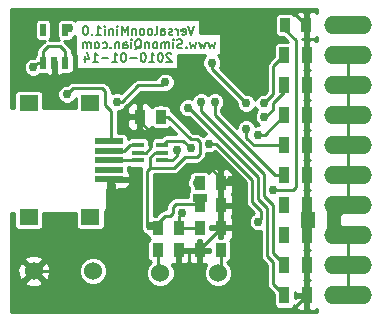
<source format=gbl>
G04 (created by PCBNEW-RS274X (2011-12-28 BZR 3254)-stable) date 17/03/2012 11:59:50*
G01*
G70*
G90*
%MOIN*%
G04 Gerber Fmt 3.4, Leading zero omitted, Abs format*
%FSLAX34Y34*%
G04 APERTURE LIST*
%ADD10C,0.006000*%
%ADD11C,0.005000*%
%ADD12C,0.060000*%
%ADD13O,0.160000X0.060000*%
%ADD14R,0.035000X0.055000*%
%ADD15R,0.040000X0.016000*%
%ADD16R,0.045000X0.055000*%
%ADD17R,0.035000X0.045000*%
%ADD18R,0.020000X0.040000*%
%ADD19R,0.045000X0.025000*%
%ADD20R,0.063000X0.055100*%
%ADD21R,0.092500X0.019700*%
%ADD22C,0.030000*%
%ADD23C,0.010000*%
G04 APERTURE END LIST*
G54D10*
G54D11*
X43708Y-46450D02*
X43694Y-46436D01*
X43665Y-46421D01*
X43594Y-46421D01*
X43565Y-46436D01*
X43551Y-46450D01*
X43536Y-46479D01*
X43536Y-46507D01*
X43551Y-46550D01*
X43722Y-46721D01*
X43536Y-46721D01*
X43350Y-46421D02*
X43322Y-46421D01*
X43293Y-46436D01*
X43279Y-46450D01*
X43265Y-46479D01*
X43250Y-46536D01*
X43250Y-46607D01*
X43265Y-46664D01*
X43279Y-46693D01*
X43293Y-46707D01*
X43322Y-46721D01*
X43350Y-46721D01*
X43379Y-46707D01*
X43393Y-46693D01*
X43408Y-46664D01*
X43422Y-46607D01*
X43422Y-46536D01*
X43408Y-46479D01*
X43393Y-46450D01*
X43379Y-46436D01*
X43350Y-46421D01*
X42964Y-46721D02*
X43136Y-46721D01*
X43050Y-46721D02*
X43050Y-46421D01*
X43079Y-46464D01*
X43107Y-46493D01*
X43136Y-46507D01*
X42778Y-46421D02*
X42750Y-46421D01*
X42721Y-46436D01*
X42707Y-46450D01*
X42693Y-46479D01*
X42678Y-46536D01*
X42678Y-46607D01*
X42693Y-46664D01*
X42707Y-46693D01*
X42721Y-46707D01*
X42750Y-46721D01*
X42778Y-46721D01*
X42807Y-46707D01*
X42821Y-46693D01*
X42836Y-46664D01*
X42850Y-46607D01*
X42850Y-46536D01*
X42836Y-46479D01*
X42821Y-46450D01*
X42807Y-46436D01*
X42778Y-46421D01*
X42550Y-46607D02*
X42321Y-46607D01*
X42121Y-46421D02*
X42093Y-46421D01*
X42064Y-46436D01*
X42050Y-46450D01*
X42036Y-46479D01*
X42021Y-46536D01*
X42021Y-46607D01*
X42036Y-46664D01*
X42050Y-46693D01*
X42064Y-46707D01*
X42093Y-46721D01*
X42121Y-46721D01*
X42150Y-46707D01*
X42164Y-46693D01*
X42179Y-46664D01*
X42193Y-46607D01*
X42193Y-46536D01*
X42179Y-46479D01*
X42164Y-46450D01*
X42150Y-46436D01*
X42121Y-46421D01*
X41735Y-46721D02*
X41907Y-46721D01*
X41821Y-46721D02*
X41821Y-46421D01*
X41850Y-46464D01*
X41878Y-46493D01*
X41907Y-46507D01*
X41607Y-46607D02*
X41378Y-46607D01*
X41078Y-46721D02*
X41250Y-46721D01*
X41164Y-46721D02*
X41164Y-46421D01*
X41193Y-46464D01*
X41221Y-46493D01*
X41250Y-46507D01*
X40821Y-46521D02*
X40821Y-46721D01*
X40892Y-46407D02*
X40964Y-46621D01*
X40778Y-46621D01*
X44470Y-45521D02*
X44370Y-45821D01*
X44270Y-45521D01*
X44056Y-45807D02*
X44085Y-45821D01*
X44142Y-45821D01*
X44171Y-45807D01*
X44185Y-45779D01*
X44185Y-45664D01*
X44171Y-45636D01*
X44142Y-45621D01*
X44085Y-45621D01*
X44056Y-45636D01*
X44042Y-45664D01*
X44042Y-45693D01*
X44185Y-45721D01*
X43914Y-45821D02*
X43914Y-45621D01*
X43914Y-45679D02*
X43899Y-45650D01*
X43885Y-45636D01*
X43856Y-45621D01*
X43828Y-45621D01*
X43742Y-45807D02*
X43713Y-45821D01*
X43656Y-45821D01*
X43628Y-45807D01*
X43613Y-45779D01*
X43613Y-45764D01*
X43628Y-45736D01*
X43656Y-45721D01*
X43699Y-45721D01*
X43728Y-45707D01*
X43742Y-45679D01*
X43742Y-45664D01*
X43728Y-45636D01*
X43699Y-45621D01*
X43656Y-45621D01*
X43628Y-45636D01*
X43356Y-45821D02*
X43356Y-45664D01*
X43370Y-45636D01*
X43399Y-45621D01*
X43456Y-45621D01*
X43485Y-45636D01*
X43356Y-45807D02*
X43385Y-45821D01*
X43456Y-45821D01*
X43485Y-45807D01*
X43499Y-45779D01*
X43499Y-45750D01*
X43485Y-45721D01*
X43456Y-45707D01*
X43385Y-45707D01*
X43356Y-45693D01*
X43171Y-45821D02*
X43199Y-45807D01*
X43214Y-45779D01*
X43214Y-45521D01*
X43014Y-45821D02*
X43042Y-45807D01*
X43057Y-45793D01*
X43071Y-45764D01*
X43071Y-45679D01*
X43057Y-45650D01*
X43042Y-45636D01*
X43014Y-45621D01*
X42971Y-45621D01*
X42942Y-45636D01*
X42928Y-45650D01*
X42914Y-45679D01*
X42914Y-45764D01*
X42928Y-45793D01*
X42942Y-45807D01*
X42971Y-45821D01*
X43014Y-45821D01*
X42743Y-45821D02*
X42771Y-45807D01*
X42786Y-45793D01*
X42800Y-45764D01*
X42800Y-45679D01*
X42786Y-45650D01*
X42771Y-45636D01*
X42743Y-45621D01*
X42700Y-45621D01*
X42671Y-45636D01*
X42657Y-45650D01*
X42643Y-45679D01*
X42643Y-45764D01*
X42657Y-45793D01*
X42671Y-45807D01*
X42700Y-45821D01*
X42743Y-45821D01*
X42515Y-45621D02*
X42515Y-45821D01*
X42515Y-45650D02*
X42500Y-45636D01*
X42472Y-45621D01*
X42429Y-45621D01*
X42400Y-45636D01*
X42386Y-45664D01*
X42386Y-45821D01*
X42244Y-45821D02*
X42244Y-45521D01*
X42144Y-45736D01*
X42044Y-45521D01*
X42044Y-45821D01*
X41901Y-45821D02*
X41901Y-45621D01*
X41901Y-45521D02*
X41915Y-45536D01*
X41901Y-45550D01*
X41886Y-45536D01*
X41901Y-45521D01*
X41901Y-45550D01*
X41758Y-45621D02*
X41758Y-45821D01*
X41758Y-45650D02*
X41743Y-45636D01*
X41715Y-45621D01*
X41672Y-45621D01*
X41643Y-45636D01*
X41629Y-45664D01*
X41629Y-45821D01*
X41487Y-45821D02*
X41487Y-45621D01*
X41487Y-45521D02*
X41501Y-45536D01*
X41487Y-45550D01*
X41472Y-45536D01*
X41487Y-45521D01*
X41487Y-45550D01*
X41186Y-45821D02*
X41358Y-45821D01*
X41272Y-45821D02*
X41272Y-45521D01*
X41301Y-45564D01*
X41329Y-45593D01*
X41358Y-45607D01*
X41058Y-45793D02*
X41043Y-45807D01*
X41058Y-45821D01*
X41072Y-45807D01*
X41058Y-45793D01*
X41058Y-45821D01*
X40857Y-45521D02*
X40829Y-45521D01*
X40800Y-45536D01*
X40786Y-45550D01*
X40772Y-45579D01*
X40757Y-45636D01*
X40757Y-45707D01*
X40772Y-45764D01*
X40786Y-45793D01*
X40800Y-45807D01*
X40829Y-45821D01*
X40857Y-45821D01*
X40886Y-45807D01*
X40900Y-45793D01*
X40915Y-45764D01*
X40929Y-45707D01*
X40929Y-45636D01*
X40915Y-45579D01*
X40900Y-45550D01*
X40886Y-45536D01*
X40857Y-45521D01*
X45170Y-46071D02*
X45113Y-46271D01*
X45056Y-46129D01*
X44999Y-46271D01*
X44942Y-46071D01*
X44856Y-46071D02*
X44799Y-46271D01*
X44742Y-46129D01*
X44685Y-46271D01*
X44628Y-46071D01*
X44542Y-46071D02*
X44485Y-46271D01*
X44428Y-46129D01*
X44371Y-46271D01*
X44314Y-46071D01*
X44200Y-46243D02*
X44185Y-46257D01*
X44200Y-46271D01*
X44214Y-46257D01*
X44200Y-46243D01*
X44200Y-46271D01*
X44071Y-46257D02*
X44028Y-46271D01*
X43957Y-46271D01*
X43928Y-46257D01*
X43914Y-46243D01*
X43899Y-46214D01*
X43899Y-46186D01*
X43914Y-46157D01*
X43928Y-46143D01*
X43957Y-46129D01*
X44014Y-46114D01*
X44042Y-46100D01*
X44057Y-46086D01*
X44071Y-46057D01*
X44071Y-46029D01*
X44057Y-46000D01*
X44042Y-45986D01*
X44014Y-45971D01*
X43942Y-45971D01*
X43899Y-45986D01*
X43771Y-46271D02*
X43771Y-46071D01*
X43771Y-45971D02*
X43785Y-45986D01*
X43771Y-46000D01*
X43756Y-45986D01*
X43771Y-45971D01*
X43771Y-46000D01*
X43628Y-46271D02*
X43628Y-46071D01*
X43628Y-46100D02*
X43613Y-46086D01*
X43585Y-46071D01*
X43542Y-46071D01*
X43513Y-46086D01*
X43499Y-46114D01*
X43499Y-46271D01*
X43499Y-46114D02*
X43485Y-46086D01*
X43456Y-46071D01*
X43413Y-46071D01*
X43385Y-46086D01*
X43370Y-46114D01*
X43370Y-46271D01*
X43185Y-46271D02*
X43213Y-46257D01*
X43228Y-46243D01*
X43242Y-46214D01*
X43242Y-46129D01*
X43228Y-46100D01*
X43213Y-46086D01*
X43185Y-46071D01*
X43142Y-46071D01*
X43113Y-46086D01*
X43099Y-46100D01*
X43085Y-46129D01*
X43085Y-46214D01*
X43099Y-46243D01*
X43113Y-46257D01*
X43142Y-46271D01*
X43185Y-46271D01*
X42957Y-46071D02*
X42957Y-46271D01*
X42957Y-46100D02*
X42942Y-46086D01*
X42914Y-46071D01*
X42871Y-46071D01*
X42842Y-46086D01*
X42828Y-46114D01*
X42828Y-46271D01*
X42486Y-46300D02*
X42514Y-46286D01*
X42543Y-46257D01*
X42586Y-46214D01*
X42614Y-46200D01*
X42643Y-46200D01*
X42628Y-46271D02*
X42657Y-46257D01*
X42686Y-46229D01*
X42700Y-46171D01*
X42700Y-46071D01*
X42686Y-46014D01*
X42657Y-45986D01*
X42628Y-45971D01*
X42571Y-45971D01*
X42543Y-45986D01*
X42514Y-46014D01*
X42500Y-46071D01*
X42500Y-46171D01*
X42514Y-46229D01*
X42543Y-46257D01*
X42571Y-46271D01*
X42628Y-46271D01*
X42372Y-46271D02*
X42372Y-46071D01*
X42372Y-45971D02*
X42386Y-45986D01*
X42372Y-46000D01*
X42357Y-45986D01*
X42372Y-45971D01*
X42372Y-46000D01*
X42100Y-46271D02*
X42100Y-46114D01*
X42114Y-46086D01*
X42143Y-46071D01*
X42200Y-46071D01*
X42229Y-46086D01*
X42100Y-46257D02*
X42129Y-46271D01*
X42200Y-46271D01*
X42229Y-46257D01*
X42243Y-46229D01*
X42243Y-46200D01*
X42229Y-46171D01*
X42200Y-46157D01*
X42129Y-46157D01*
X42100Y-46143D01*
X41958Y-46071D02*
X41958Y-46271D01*
X41958Y-46100D02*
X41943Y-46086D01*
X41915Y-46071D01*
X41872Y-46071D01*
X41843Y-46086D01*
X41829Y-46114D01*
X41829Y-46271D01*
X41687Y-46243D02*
X41672Y-46257D01*
X41687Y-46271D01*
X41701Y-46257D01*
X41687Y-46243D01*
X41687Y-46271D01*
X41415Y-46257D02*
X41444Y-46271D01*
X41501Y-46271D01*
X41529Y-46257D01*
X41544Y-46243D01*
X41558Y-46214D01*
X41558Y-46129D01*
X41544Y-46100D01*
X41529Y-46086D01*
X41501Y-46071D01*
X41444Y-46071D01*
X41415Y-46086D01*
X41244Y-46271D02*
X41272Y-46257D01*
X41287Y-46243D01*
X41301Y-46214D01*
X41301Y-46129D01*
X41287Y-46100D01*
X41272Y-46086D01*
X41244Y-46071D01*
X41201Y-46071D01*
X41172Y-46086D01*
X41158Y-46100D01*
X41144Y-46129D01*
X41144Y-46214D01*
X41158Y-46243D01*
X41172Y-46257D01*
X41201Y-46271D01*
X41244Y-46271D01*
X41016Y-46271D02*
X41016Y-46071D01*
X41016Y-46100D02*
X41001Y-46086D01*
X40973Y-46071D01*
X40930Y-46071D01*
X40901Y-46086D01*
X40887Y-46114D01*
X40887Y-46271D01*
X40887Y-46114D02*
X40873Y-46086D01*
X40844Y-46071D01*
X40801Y-46071D01*
X40773Y-46086D01*
X40758Y-46114D01*
X40758Y-46271D01*
G54D12*
X43339Y-53750D03*
X45261Y-53750D03*
X41084Y-53700D03*
X39116Y-53700D03*
G54D13*
X49600Y-45500D03*
X49600Y-46500D03*
X49600Y-47500D03*
X49600Y-48500D03*
X49600Y-49500D03*
X49600Y-50500D03*
X49600Y-51500D03*
X49600Y-52500D03*
X49600Y-53500D03*
X49600Y-54500D03*
G54D14*
X47475Y-54500D03*
X48225Y-54500D03*
X47475Y-53500D03*
X48225Y-53500D03*
X47475Y-46500D03*
X48225Y-46500D03*
X47475Y-47500D03*
X48225Y-47500D03*
X47475Y-48500D03*
X48225Y-48500D03*
X47475Y-49500D03*
X48225Y-49500D03*
X47475Y-51500D03*
X48225Y-51500D03*
X47475Y-52500D03*
X48225Y-52500D03*
X47475Y-50500D03*
X48225Y-50500D03*
G54D15*
X43400Y-50010D03*
X43400Y-49750D03*
X43400Y-49490D03*
X42600Y-49490D03*
X42600Y-49750D03*
X42600Y-50010D03*
G54D16*
X48275Y-52000D03*
X49125Y-52000D03*
G54D17*
X43950Y-53000D03*
X43250Y-53000D03*
X45350Y-53000D03*
X44650Y-53000D03*
X43950Y-52250D03*
X43250Y-52250D03*
X48200Y-45500D03*
X47500Y-45500D03*
X44650Y-52250D03*
X45350Y-52250D03*
X43350Y-48550D03*
X42650Y-48550D03*
X44650Y-51500D03*
X45350Y-51500D03*
G54D18*
X40175Y-46750D03*
X39425Y-46750D03*
X40175Y-45650D03*
X39800Y-46750D03*
X39425Y-45650D03*
G54D17*
X45350Y-50750D03*
X44650Y-50750D03*
G54D19*
X44650Y-51250D03*
G54D20*
X38953Y-48110D03*
X41000Y-48110D03*
X38953Y-51890D03*
X41000Y-51890D03*
G54D21*
X41630Y-49370D03*
X41630Y-49685D03*
X41630Y-50000D03*
X41630Y-50315D03*
X41630Y-50630D03*
G54D22*
X39100Y-46900D03*
X44550Y-50750D03*
X44350Y-49600D03*
X43900Y-49650D03*
X44050Y-51750D03*
X41900Y-48050D03*
X43500Y-47400D03*
X45150Y-48050D03*
X47475Y-50500D03*
X44250Y-48250D03*
X47475Y-54500D03*
X47475Y-52500D03*
X47475Y-49500D03*
X46200Y-48950D03*
X46800Y-48550D03*
X47475Y-47500D03*
X46600Y-52050D03*
X44950Y-49450D03*
X47475Y-51500D03*
X46600Y-49150D03*
X47475Y-48500D03*
X46800Y-48100D03*
X47475Y-46500D03*
X47475Y-53500D03*
X44700Y-48050D03*
X47100Y-51000D03*
X47500Y-45500D03*
X43000Y-49050D03*
X41950Y-51350D03*
X38700Y-45900D03*
X45700Y-50650D03*
X45000Y-50250D03*
X45050Y-47450D03*
X43550Y-51250D03*
X46200Y-52650D03*
X40225Y-47800D03*
X45050Y-46750D03*
X44650Y-51350D03*
X43350Y-48450D03*
X46200Y-48100D03*
X40300Y-45600D03*
X43000Y-52200D03*
G54D23*
X39425Y-46750D02*
X39425Y-46375D01*
X39425Y-46750D02*
X39250Y-46750D01*
X40175Y-46375D02*
X40175Y-46750D01*
X40175Y-46375D02*
X40000Y-46200D01*
X40000Y-46200D02*
X39600Y-46200D01*
X39425Y-46375D02*
X39600Y-46200D01*
X39250Y-46750D02*
X39100Y-46900D01*
X44550Y-50750D02*
X44650Y-50750D01*
X43410Y-49490D02*
X43550Y-49350D01*
X43550Y-49350D02*
X44100Y-49350D01*
X43400Y-49490D02*
X43410Y-49490D01*
X44100Y-49350D02*
X44350Y-49600D01*
X43740Y-50010D02*
X43900Y-49850D01*
X43900Y-49850D02*
X43900Y-49650D01*
X43400Y-50010D02*
X43740Y-50010D01*
X43950Y-52250D02*
X44650Y-52250D01*
X43950Y-51850D02*
X44050Y-51750D01*
X43950Y-52250D02*
X43950Y-51850D01*
X43400Y-47500D02*
X43500Y-47400D01*
X41900Y-48050D02*
X42050Y-48050D01*
X42050Y-48050D02*
X42600Y-47500D01*
X42600Y-47500D02*
X43400Y-47500D01*
X49600Y-49500D02*
X49600Y-50500D01*
X49600Y-53500D02*
X49600Y-54500D01*
X49600Y-51525D02*
X49125Y-52000D01*
X49600Y-52475D02*
X49125Y-52000D01*
X49600Y-51500D02*
X49600Y-51525D01*
X49600Y-48500D02*
X49600Y-49500D01*
X49600Y-46500D02*
X49600Y-47500D01*
X49600Y-52500D02*
X49600Y-53500D01*
X49600Y-50500D02*
X49600Y-51500D01*
X49600Y-47500D02*
X49600Y-48500D01*
X49600Y-52500D02*
X49600Y-52475D01*
X47475Y-50500D02*
X47150Y-50500D01*
X45150Y-48050D02*
X45150Y-48500D01*
X45150Y-48500D02*
X47150Y-50500D01*
X46600Y-50550D02*
X46600Y-51300D01*
X46900Y-53200D02*
X46900Y-53150D01*
X47100Y-53400D02*
X47100Y-54125D01*
X47100Y-54125D02*
X47475Y-54500D01*
X46900Y-53150D02*
X46900Y-53200D01*
X46900Y-51600D02*
X46900Y-53200D01*
X44250Y-48250D02*
X44300Y-48250D01*
X44300Y-48250D02*
X46600Y-50550D01*
X46600Y-51300D02*
X46900Y-51600D01*
X46900Y-53200D02*
X47100Y-53400D01*
X46200Y-48950D02*
X46200Y-49250D01*
X46450Y-49500D02*
X47475Y-49500D01*
X46200Y-49250D02*
X46450Y-49500D01*
X47475Y-47725D02*
X47100Y-48100D01*
X46800Y-48550D02*
X46850Y-48550D01*
X46850Y-48550D02*
X47100Y-48300D01*
X47475Y-47500D02*
X47475Y-47725D01*
X47100Y-48100D02*
X47100Y-48300D01*
X46400Y-51400D02*
X46700Y-51700D01*
X46700Y-51950D02*
X46600Y-52050D01*
X46700Y-51700D02*
X46700Y-51950D01*
X44950Y-49450D02*
X45200Y-49450D01*
X46400Y-50650D02*
X46400Y-51400D01*
X45200Y-49450D02*
X46400Y-50650D01*
X46600Y-49150D02*
X46825Y-49150D01*
X46825Y-49150D02*
X47475Y-48500D01*
X47100Y-46875D02*
X47100Y-47800D01*
X47475Y-46500D02*
X47100Y-46875D01*
X47100Y-47800D02*
X46800Y-48100D01*
X47475Y-53475D02*
X47100Y-53100D01*
X46800Y-51200D02*
X47100Y-51500D01*
X46800Y-50450D02*
X46800Y-51200D01*
X47475Y-53500D02*
X47475Y-53475D01*
X44700Y-48350D02*
X46800Y-50450D01*
X44700Y-48050D02*
X44700Y-48350D01*
X47100Y-51500D02*
X47100Y-53100D01*
X47850Y-46000D02*
X47850Y-50900D01*
X47500Y-45650D02*
X47850Y-46000D01*
X47850Y-50900D02*
X47750Y-51000D01*
X47750Y-51000D02*
X47100Y-51000D01*
X47500Y-45650D02*
X47500Y-45500D01*
X48225Y-47500D02*
X48225Y-48500D01*
X48225Y-48500D02*
X48225Y-49500D01*
X48225Y-50500D02*
X48225Y-51500D01*
X48225Y-49500D02*
X48225Y-50500D01*
X48225Y-51950D02*
X48275Y-52000D01*
X48225Y-51500D02*
X48225Y-51950D01*
X48225Y-52500D02*
X48225Y-52050D01*
X48225Y-52500D02*
X48225Y-53500D01*
X41800Y-50800D02*
X41800Y-51200D01*
X48225Y-53500D02*
X48225Y-54500D01*
X43000Y-49600D02*
X43000Y-49050D01*
X47800Y-45100D02*
X48200Y-45500D01*
X39000Y-45100D02*
X47800Y-45100D01*
X45350Y-54950D02*
X40366Y-54950D01*
X41950Y-51350D02*
X41800Y-51500D01*
X40200Y-53700D02*
X39116Y-53700D01*
X41800Y-52100D02*
X40200Y-53700D01*
X41800Y-51500D02*
X41800Y-52100D01*
X43950Y-53000D02*
X44300Y-53000D01*
X44300Y-53900D02*
X45350Y-54950D01*
X44650Y-52950D02*
X45350Y-52250D01*
X47775Y-54950D02*
X48225Y-54500D01*
X44300Y-53100D02*
X44300Y-53900D01*
X44300Y-53000D02*
X44300Y-53000D01*
X44300Y-53100D02*
X44300Y-53000D01*
X44650Y-53000D02*
X44650Y-52950D01*
X45350Y-52250D02*
X45350Y-51500D01*
X41800Y-51200D02*
X41950Y-51350D01*
X45350Y-54950D02*
X47775Y-54950D01*
X38900Y-47300D02*
X39900Y-47300D01*
X44300Y-53000D02*
X44650Y-53000D01*
X48225Y-46500D02*
X48225Y-47500D01*
X39900Y-47300D02*
X39800Y-47200D01*
X39800Y-47200D02*
X39800Y-46750D01*
X38700Y-47100D02*
X38900Y-47300D01*
X38700Y-45900D02*
X38700Y-47100D01*
X41630Y-50630D02*
X41800Y-50800D01*
X43700Y-47100D02*
X43300Y-47100D01*
X38700Y-45400D02*
X39000Y-45100D01*
X38700Y-45900D02*
X38700Y-45400D01*
X43100Y-47300D02*
X39900Y-47300D01*
X43300Y-47100D02*
X43100Y-47300D01*
X45450Y-50650D02*
X45350Y-50750D01*
X45700Y-50650D02*
X45450Y-50650D01*
X44050Y-47450D02*
X43700Y-47100D01*
X45050Y-47450D02*
X44050Y-47450D01*
X40366Y-54950D02*
X39116Y-53700D01*
X42600Y-49750D02*
X42850Y-49750D01*
X42850Y-49750D02*
X43000Y-49600D01*
X42650Y-48550D02*
X42650Y-48700D01*
X48225Y-52050D02*
X48275Y-52000D01*
X45350Y-50600D02*
X45000Y-50250D01*
X42650Y-48700D02*
X43000Y-49050D01*
X46200Y-52650D02*
X45800Y-52250D01*
X45350Y-50750D02*
X45350Y-50600D01*
X45800Y-52250D02*
X45350Y-52250D01*
X45350Y-51500D02*
X45350Y-50750D01*
X40425Y-47600D02*
X40225Y-47800D01*
X40425Y-47600D02*
X41400Y-47600D01*
X41500Y-48150D02*
X41700Y-48350D01*
X41500Y-47700D02*
X41500Y-48150D01*
X41700Y-48350D02*
X41700Y-49300D01*
X41400Y-47600D02*
X41500Y-47700D01*
X41630Y-49370D02*
X41700Y-49300D01*
X42335Y-49490D02*
X42600Y-49490D01*
X41630Y-49685D02*
X42140Y-49685D01*
X42140Y-49685D02*
X42335Y-49490D01*
X42235Y-50010D02*
X42600Y-50010D01*
X42225Y-50000D02*
X42235Y-50010D01*
X41630Y-50000D02*
X42225Y-50000D01*
X45350Y-53000D02*
X45350Y-53661D01*
X45350Y-53661D02*
X45261Y-53750D01*
X43250Y-53661D02*
X43339Y-53750D01*
X43250Y-53000D02*
X43250Y-53661D01*
X43350Y-48450D02*
X43350Y-48400D01*
X44650Y-51500D02*
X44650Y-51250D01*
X43350Y-48550D02*
X43350Y-48450D01*
X43000Y-52200D02*
X43150Y-52250D01*
X43150Y-52250D02*
X43250Y-52250D01*
X40250Y-45650D02*
X40300Y-45600D01*
X44650Y-51350D02*
X44650Y-51500D01*
X40175Y-45650D02*
X40250Y-45650D01*
X42900Y-52100D02*
X42900Y-50350D01*
X44550Y-49300D02*
X44650Y-49400D01*
X42900Y-50350D02*
X43000Y-50250D01*
X43000Y-52200D02*
X42900Y-52100D01*
X43750Y-51550D02*
X43850Y-51450D01*
X43250Y-52100D02*
X43500Y-51850D01*
X43250Y-52250D02*
X43250Y-52100D01*
X44600Y-51450D02*
X44650Y-51500D01*
X43850Y-51450D02*
X44600Y-51450D01*
X43150Y-49750D02*
X43000Y-49900D01*
X43000Y-49900D02*
X43000Y-50250D01*
X43600Y-48550D02*
X43350Y-48550D01*
X43000Y-50250D02*
X43800Y-50250D01*
X44550Y-49900D02*
X44150Y-49900D01*
X44650Y-49800D02*
X44550Y-49900D01*
X44650Y-49400D02*
X44650Y-49800D01*
X43600Y-48550D02*
X44350Y-49300D01*
X44350Y-49300D02*
X44550Y-49300D01*
X43400Y-49750D02*
X43150Y-49750D01*
X43750Y-51750D02*
X43650Y-51850D01*
X43650Y-51850D02*
X43500Y-51850D01*
X43750Y-51550D02*
X43750Y-51750D01*
X45050Y-46950D02*
X46200Y-48100D01*
X45050Y-46750D02*
X45050Y-46950D01*
X43800Y-50250D02*
X44150Y-49900D01*
X38345Y-44945D02*
X48550Y-44945D01*
X38345Y-45025D02*
X48088Y-45025D01*
X48088Y-45025D02*
X48312Y-45025D01*
X48312Y-45025D02*
X48550Y-45025D01*
X38345Y-45105D02*
X47291Y-45105D01*
X47709Y-45105D02*
X47843Y-45105D01*
X48150Y-45105D02*
X48250Y-45105D01*
X38345Y-45185D02*
X47179Y-45185D01*
X48150Y-45185D02*
X48250Y-45185D01*
X38345Y-45265D02*
X47155Y-45265D01*
X48150Y-45265D02*
X48250Y-45265D01*
X38345Y-45345D02*
X39190Y-45345D01*
X39660Y-45345D02*
X39940Y-45345D01*
X40498Y-45345D02*
X40506Y-45345D01*
X44645Y-45345D02*
X47155Y-45345D01*
X48150Y-45345D02*
X48250Y-45345D01*
X38345Y-45425D02*
X39155Y-45425D01*
X39695Y-45425D02*
X39905Y-45425D01*
X44645Y-45425D02*
X47155Y-45425D01*
X48150Y-45425D02*
X48250Y-45425D01*
X38345Y-45505D02*
X39155Y-45505D01*
X39695Y-45505D02*
X39905Y-45505D01*
X44645Y-45505D02*
X47155Y-45505D01*
X48150Y-45505D02*
X48250Y-45505D01*
X38345Y-45585D02*
X39155Y-45585D01*
X39695Y-45585D02*
X39905Y-45585D01*
X44645Y-45585D02*
X47155Y-45585D01*
X48150Y-45585D02*
X48250Y-45585D01*
X38345Y-45665D02*
X39155Y-45665D01*
X39695Y-45665D02*
X39905Y-45665D01*
X44645Y-45665D02*
X47155Y-45665D01*
X48150Y-45665D02*
X48250Y-45665D01*
X38345Y-45745D02*
X39155Y-45745D01*
X39695Y-45745D02*
X39905Y-45745D01*
X45358Y-45745D02*
X47155Y-45745D01*
X48150Y-45745D02*
X48250Y-45745D01*
X38345Y-45825D02*
X39155Y-45825D01*
X39695Y-45825D02*
X39905Y-45825D01*
X45358Y-45825D02*
X47185Y-45825D01*
X48150Y-45825D02*
X48250Y-45825D01*
X38345Y-45905D02*
X39163Y-45905D01*
X39686Y-45905D02*
X39913Y-45905D01*
X40435Y-45905D02*
X40492Y-45905D01*
X45358Y-45905D02*
X47443Y-45905D01*
X48150Y-45905D02*
X48250Y-45905D01*
X48547Y-45905D02*
X48550Y-45905D01*
X38345Y-45985D02*
X39220Y-45985D01*
X40380Y-45985D02*
X40492Y-45985D01*
X45358Y-45985D02*
X47523Y-45985D01*
X48123Y-45985D02*
X48327Y-45985D01*
X48471Y-45985D02*
X48550Y-45985D01*
X38345Y-46065D02*
X39423Y-46065D01*
X40177Y-46065D02*
X40492Y-46065D01*
X45358Y-46065D02*
X47243Y-46065D01*
X48175Y-46065D02*
X48275Y-46065D01*
X38345Y-46145D02*
X39343Y-46145D01*
X40257Y-46145D02*
X40492Y-46145D01*
X45358Y-46145D02*
X47150Y-46145D01*
X48175Y-46145D02*
X48275Y-46145D01*
X38345Y-46225D02*
X39266Y-46225D01*
X40335Y-46225D02*
X40492Y-46225D01*
X45358Y-46225D02*
X47130Y-46225D01*
X48175Y-46225D02*
X48275Y-46225D01*
X38345Y-46305D02*
X39219Y-46305D01*
X40381Y-46305D02*
X40492Y-46305D01*
X45358Y-46305D02*
X47130Y-46305D01*
X48175Y-46305D02*
X48275Y-46305D01*
X38345Y-46385D02*
X39205Y-46385D01*
X40395Y-46385D02*
X40492Y-46385D01*
X45358Y-46385D02*
X47130Y-46385D01*
X48175Y-46385D02*
X48275Y-46385D01*
X38345Y-46465D02*
X39177Y-46465D01*
X40424Y-46465D02*
X40492Y-46465D01*
X45358Y-46465D02*
X47130Y-46465D01*
X48175Y-46465D02*
X48275Y-46465D01*
X38345Y-46545D02*
X39155Y-46545D01*
X40445Y-46545D02*
X40540Y-46545D01*
X43910Y-46545D02*
X44802Y-46545D01*
X45298Y-46545D02*
X47118Y-46545D01*
X48175Y-46545D02*
X48275Y-46545D01*
X38345Y-46625D02*
X38927Y-46625D01*
X40445Y-46625D02*
X40540Y-46625D01*
X43910Y-46625D02*
X44756Y-46625D01*
X45345Y-46625D02*
X47038Y-46625D01*
X48175Y-46625D02*
X48275Y-46625D01*
X38345Y-46705D02*
X38842Y-46705D01*
X39750Y-46705D02*
X39850Y-46705D01*
X40445Y-46705D02*
X40540Y-46705D01*
X43910Y-46705D02*
X44730Y-46705D01*
X45370Y-46705D02*
X46958Y-46705D01*
X48175Y-46705D02*
X48275Y-46705D01*
X38345Y-46785D02*
X38802Y-46785D01*
X39750Y-46785D02*
X39850Y-46785D01*
X40445Y-46785D02*
X40540Y-46785D01*
X43910Y-46785D02*
X44730Y-46785D01*
X45370Y-46785D02*
X46901Y-46785D01*
X48175Y-46785D02*
X48275Y-46785D01*
X38345Y-46865D02*
X38780Y-46865D01*
X39750Y-46865D02*
X39850Y-46865D01*
X40445Y-46865D02*
X40540Y-46865D01*
X43910Y-46865D02*
X44751Y-46865D01*
X45348Y-46865D02*
X46882Y-46865D01*
X48175Y-46865D02*
X48275Y-46865D01*
X38345Y-46945D02*
X38780Y-46945D01*
X39750Y-46945D02*
X39850Y-46945D01*
X40445Y-46945D02*
X40540Y-46945D01*
X43910Y-46945D02*
X44792Y-46945D01*
X45357Y-46945D02*
X46880Y-46945D01*
X48175Y-46945D02*
X48275Y-46945D01*
X38345Y-47025D02*
X38805Y-47025D01*
X39750Y-47025D02*
X39850Y-47025D01*
X40427Y-47025D02*
X44844Y-47025D01*
X45437Y-47025D02*
X46880Y-47025D01*
X48163Y-47025D02*
X48287Y-47025D01*
X38345Y-47105D02*
X38852Y-47105D01*
X39750Y-47105D02*
X39850Y-47105D01*
X40344Y-47105D02*
X43376Y-47105D01*
X43625Y-47105D02*
X44893Y-47105D01*
X45517Y-47105D02*
X46880Y-47105D01*
X48175Y-47105D02*
X48275Y-47105D01*
X38345Y-47185D02*
X38951Y-47185D01*
X39249Y-47185D02*
X39617Y-47185D01*
X39703Y-47185D02*
X39897Y-47185D01*
X39982Y-47185D02*
X43262Y-47185D01*
X43738Y-47185D02*
X44973Y-47185D01*
X45597Y-47185D02*
X46880Y-47185D01*
X48175Y-47185D02*
X48275Y-47185D01*
X38345Y-47265D02*
X43210Y-47265D01*
X43791Y-47265D02*
X45053Y-47265D01*
X45677Y-47265D02*
X46880Y-47265D01*
X48175Y-47265D02*
X48275Y-47265D01*
X38345Y-47345D02*
X42443Y-47345D01*
X43820Y-47345D02*
X45133Y-47345D01*
X45757Y-47345D02*
X46880Y-47345D01*
X48175Y-47345D02*
X48275Y-47345D01*
X38345Y-47425D02*
X40299Y-47425D01*
X41527Y-47425D02*
X42363Y-47425D01*
X43820Y-47425D02*
X45213Y-47425D01*
X45837Y-47425D02*
X46880Y-47425D01*
X48175Y-47425D02*
X48275Y-47425D01*
X38345Y-47505D02*
X40101Y-47505D01*
X41617Y-47505D02*
X42283Y-47505D01*
X43802Y-47505D02*
X45293Y-47505D01*
X45917Y-47505D02*
X46880Y-47505D01*
X48175Y-47505D02*
X48275Y-47505D01*
X38345Y-47585D02*
X39987Y-47585D01*
X41683Y-47585D02*
X42203Y-47585D01*
X43768Y-47585D02*
X45373Y-47585D01*
X45997Y-47585D02*
X46880Y-47585D01*
X48175Y-47585D02*
X48275Y-47585D01*
X38345Y-47665D02*
X38604Y-47665D01*
X39302Y-47665D02*
X39935Y-47665D01*
X41713Y-47665D02*
X42123Y-47665D01*
X43688Y-47665D02*
X45453Y-47665D01*
X46077Y-47665D02*
X46880Y-47665D01*
X48175Y-47665D02*
X48275Y-47665D01*
X38345Y-47745D02*
X38492Y-47745D01*
X39415Y-47745D02*
X39905Y-47745D01*
X41720Y-47745D02*
X41800Y-47745D01*
X42001Y-47745D02*
X42043Y-47745D01*
X42665Y-47745D02*
X44601Y-47745D01*
X44801Y-47745D02*
X45051Y-47745D01*
X45251Y-47745D02*
X45533Y-47745D01*
X46157Y-47745D02*
X46843Y-47745D01*
X48175Y-47745D02*
X48275Y-47745D01*
X38345Y-47825D02*
X38468Y-47825D01*
X39438Y-47825D02*
X39905Y-47825D01*
X42585Y-47825D02*
X44472Y-47825D01*
X45378Y-47825D02*
X45613Y-47825D01*
X46373Y-47825D02*
X46627Y-47825D01*
X48175Y-47825D02*
X48275Y-47825D01*
X38345Y-47905D02*
X38468Y-47905D01*
X39438Y-47905D02*
X39922Y-47905D01*
X42505Y-47905D02*
X44414Y-47905D01*
X45437Y-47905D02*
X45693Y-47905D01*
X46458Y-47905D02*
X46542Y-47905D01*
X48175Y-47905D02*
X48275Y-47905D01*
X38345Y-47985D02*
X38468Y-47985D01*
X39438Y-47985D02*
X39957Y-47985D01*
X40493Y-47985D02*
X40515Y-47985D01*
X42426Y-47985D02*
X44062Y-47985D01*
X45470Y-47985D02*
X45773Y-47985D01*
X46500Y-47985D02*
X46501Y-47985D01*
X48151Y-47985D02*
X48297Y-47985D01*
X38345Y-48065D02*
X38468Y-48065D01*
X39438Y-48065D02*
X40037Y-48065D01*
X40413Y-48065D02*
X40515Y-48065D01*
X42346Y-48065D02*
X43982Y-48065D01*
X45470Y-48065D02*
X45853Y-48065D01*
X48175Y-48065D02*
X48275Y-48065D01*
X38345Y-48145D02*
X38468Y-48145D01*
X39438Y-48145D02*
X40515Y-48145D01*
X42266Y-48145D02*
X42303Y-48145D01*
X42600Y-48145D02*
X42700Y-48145D01*
X42997Y-48145D02*
X43250Y-48145D01*
X43450Y-48145D02*
X43948Y-48145D01*
X45457Y-48145D02*
X45880Y-48145D01*
X48175Y-48145D02*
X48275Y-48145D01*
X38345Y-48225D02*
X38468Y-48225D01*
X39438Y-48225D02*
X40515Y-48225D01*
X42175Y-48225D02*
X42247Y-48225D01*
X42600Y-48225D02*
X42700Y-48225D01*
X43665Y-48225D02*
X43930Y-48225D01*
X45423Y-48225D02*
X45905Y-48225D01*
X46493Y-48225D02*
X46504Y-48225D01*
X48175Y-48225D02*
X48275Y-48225D01*
X42098Y-48305D02*
X42226Y-48305D01*
X42600Y-48305D02*
X42700Y-48305D01*
X43695Y-48305D02*
X43930Y-48305D01*
X45370Y-48305D02*
X45952Y-48305D01*
X46448Y-48305D02*
X46552Y-48305D01*
X48175Y-48305D02*
X48275Y-48305D01*
X41920Y-48385D02*
X42226Y-48385D01*
X42600Y-48385D02*
X42700Y-48385D01*
X43743Y-48385D02*
X43959Y-48385D01*
X45370Y-48385D02*
X46051Y-48385D01*
X46349Y-48385D02*
X46522Y-48385D01*
X48175Y-48385D02*
X48275Y-48385D01*
X41920Y-48465D02*
X42252Y-48465D01*
X42600Y-48465D02*
X42700Y-48465D01*
X43827Y-48465D02*
X44012Y-48465D01*
X45427Y-48465D02*
X46489Y-48465D01*
X48175Y-48465D02*
X48275Y-48465D01*
X41920Y-48545D02*
X42700Y-48545D01*
X43907Y-48545D02*
X44125Y-48545D01*
X45507Y-48545D02*
X46480Y-48545D01*
X48175Y-48545D02*
X48275Y-48545D01*
X41920Y-48625D02*
X42262Y-48625D01*
X42600Y-48625D02*
X42700Y-48625D01*
X43987Y-48625D02*
X44363Y-48625D01*
X45587Y-48625D02*
X46484Y-48625D01*
X48175Y-48625D02*
X48275Y-48625D01*
X41920Y-48705D02*
X42225Y-48705D01*
X42600Y-48705D02*
X42700Y-48705D01*
X44067Y-48705D02*
X44443Y-48705D01*
X45667Y-48705D02*
X45992Y-48705D01*
X46408Y-48705D02*
X46517Y-48705D01*
X48175Y-48705D02*
X48275Y-48705D01*
X41920Y-48785D02*
X42226Y-48785D01*
X42600Y-48785D02*
X42700Y-48785D01*
X44147Y-48785D02*
X44523Y-48785D01*
X45747Y-48785D02*
X45922Y-48785D01*
X46479Y-48785D02*
X46582Y-48785D01*
X48175Y-48785D02*
X48275Y-48785D01*
X41920Y-48865D02*
X42242Y-48865D01*
X42600Y-48865D02*
X42700Y-48865D01*
X44227Y-48865D02*
X44603Y-48865D01*
X45827Y-48865D02*
X45889Y-48865D01*
X48175Y-48865D02*
X48275Y-48865D01*
X41920Y-48945D02*
X42293Y-48945D01*
X42600Y-48945D02*
X42700Y-48945D01*
X43007Y-48945D02*
X43683Y-48945D01*
X44307Y-48945D02*
X44683Y-48945D01*
X48175Y-48945D02*
X48275Y-48945D01*
X41920Y-49025D02*
X43763Y-49025D01*
X44387Y-49025D02*
X44763Y-49025D01*
X48163Y-49025D02*
X48287Y-49025D01*
X42134Y-49105D02*
X43843Y-49105D01*
X44647Y-49105D02*
X44843Y-49105D01*
X48175Y-49105D02*
X48275Y-49105D01*
X42240Y-49185D02*
X43408Y-49185D01*
X44747Y-49185D02*
X44762Y-49185D01*
X48175Y-49185D02*
X48275Y-49185D01*
X42262Y-49265D02*
X42307Y-49265D01*
X42894Y-49265D02*
X43107Y-49265D01*
X48175Y-49265D02*
X48275Y-49265D01*
X42957Y-49345D02*
X43043Y-49345D01*
X48175Y-49345D02*
X48275Y-49345D01*
X42970Y-49425D02*
X43030Y-49425D01*
X48175Y-49425D02*
X48275Y-49425D01*
X42987Y-49505D02*
X43030Y-49505D01*
X48175Y-49505D02*
X48275Y-49505D01*
X48175Y-49585D02*
X48275Y-49585D01*
X48175Y-49665D02*
X48275Y-49665D01*
X45074Y-49745D02*
X45183Y-49745D01*
X48175Y-49745D02*
X48275Y-49745D01*
X44864Y-49825D02*
X45263Y-49825D01*
X48175Y-49825D02*
X48275Y-49825D01*
X44839Y-49905D02*
X45343Y-49905D01*
X48175Y-49905D02*
X48275Y-49905D01*
X44775Y-49985D02*
X45423Y-49985D01*
X48151Y-49985D02*
X48297Y-49985D01*
X44692Y-50065D02*
X45503Y-50065D01*
X48175Y-50065D02*
X48275Y-50065D01*
X44215Y-50145D02*
X45583Y-50145D01*
X48175Y-50145D02*
X48275Y-50145D01*
X44135Y-50225D02*
X45663Y-50225D01*
X48175Y-50225D02*
X48275Y-50225D01*
X42262Y-50305D02*
X42689Y-50305D01*
X44056Y-50305D02*
X45056Y-50305D01*
X45268Y-50305D02*
X45432Y-50305D01*
X45645Y-50305D02*
X45743Y-50305D01*
X48175Y-50305D02*
X48275Y-50305D01*
X42297Y-50385D02*
X42680Y-50385D01*
X43976Y-50385D02*
X44375Y-50385D01*
X44925Y-50385D02*
X44964Y-50385D01*
X45300Y-50385D02*
X45400Y-50385D01*
X45737Y-50385D02*
X45823Y-50385D01*
X48175Y-50385D02*
X48275Y-50385D01*
X42334Y-50465D02*
X42680Y-50465D01*
X43828Y-50465D02*
X44316Y-50465D01*
X45300Y-50465D02*
X45400Y-50465D01*
X45770Y-50465D02*
X45903Y-50465D01*
X48175Y-50465D02*
X48275Y-50465D01*
X42316Y-50545D02*
X42341Y-50545D01*
X42341Y-50545D02*
X42680Y-50545D01*
X43120Y-50545D02*
X44302Y-50545D01*
X45300Y-50545D02*
X45400Y-50545D01*
X45774Y-50545D02*
X45983Y-50545D01*
X48175Y-50545D02*
X48275Y-50545D01*
X41580Y-50625D02*
X42680Y-50625D01*
X43120Y-50625D02*
X44256Y-50625D01*
X45300Y-50625D02*
X45400Y-50625D01*
X45775Y-50625D02*
X46063Y-50625D01*
X48175Y-50625D02*
X48275Y-50625D01*
X41580Y-50705D02*
X41680Y-50705D01*
X42306Y-50705D02*
X42341Y-50705D01*
X42342Y-50705D02*
X42680Y-50705D01*
X43120Y-50705D02*
X44230Y-50705D01*
X45300Y-50705D02*
X46143Y-50705D01*
X48175Y-50705D02*
X48275Y-50705D01*
X41580Y-50785D02*
X41680Y-50785D01*
X42338Y-50785D02*
X42680Y-50785D01*
X43120Y-50785D02*
X44230Y-50785D01*
X45300Y-50785D02*
X46180Y-50785D01*
X48175Y-50785D02*
X48275Y-50785D01*
X41580Y-50865D02*
X41680Y-50865D01*
X42304Y-50865D02*
X42680Y-50865D01*
X43120Y-50865D02*
X44251Y-50865D01*
X45300Y-50865D02*
X45400Y-50865D01*
X45774Y-50865D02*
X46180Y-50865D01*
X48175Y-50865D02*
X48275Y-50865D01*
X41551Y-50945D02*
X41709Y-50945D01*
X42218Y-50945D02*
X42680Y-50945D01*
X43120Y-50945D02*
X44292Y-50945D01*
X45300Y-50945D02*
X45400Y-50945D01*
X45774Y-50945D02*
X46180Y-50945D01*
X48175Y-50945D02*
X48275Y-50945D01*
X41545Y-51025D02*
X42680Y-51025D01*
X43120Y-51025D02*
X44285Y-51025D01*
X45300Y-51025D02*
X45400Y-51025D01*
X45774Y-51025D02*
X46180Y-51025D01*
X48163Y-51025D02*
X48287Y-51025D01*
X41545Y-51105D02*
X42680Y-51105D01*
X43120Y-51105D02*
X44255Y-51105D01*
X45300Y-51105D02*
X45400Y-51105D01*
X45740Y-51105D02*
X46180Y-51105D01*
X48175Y-51105D02*
X48275Y-51105D01*
X41545Y-51185D02*
X42680Y-51185D01*
X43120Y-51185D02*
X44255Y-51185D01*
X45300Y-51185D02*
X45400Y-51185D01*
X45758Y-51185D02*
X46180Y-51185D01*
X48175Y-51185D02*
X48275Y-51185D01*
X41545Y-51265D02*
X42680Y-51265D01*
X43120Y-51265D02*
X43739Y-51265D01*
X45300Y-51265D02*
X45400Y-51265D01*
X45774Y-51265D02*
X46180Y-51265D01*
X48175Y-51265D02*
X48275Y-51265D01*
X41545Y-51345D02*
X42680Y-51345D01*
X43120Y-51345D02*
X43643Y-51345D01*
X45300Y-51345D02*
X45400Y-51345D01*
X45775Y-51345D02*
X46180Y-51345D01*
X48175Y-51345D02*
X48275Y-51345D01*
X41545Y-51425D02*
X42680Y-51425D01*
X43120Y-51425D02*
X43574Y-51425D01*
X45300Y-51425D02*
X45400Y-51425D01*
X45738Y-51425D02*
X46184Y-51425D01*
X48175Y-51425D02*
X48275Y-51425D01*
X41545Y-51505D02*
X42680Y-51505D01*
X43120Y-51505D02*
X43539Y-51505D01*
X45300Y-51505D02*
X46210Y-51505D01*
X48193Y-51505D02*
X48275Y-51505D01*
X41545Y-51585D02*
X42680Y-51585D01*
X43120Y-51585D02*
X43530Y-51585D01*
X45300Y-51585D02*
X45400Y-51585D01*
X45748Y-51585D02*
X46273Y-51585D01*
X48225Y-51585D02*
X48275Y-51585D01*
X41527Y-51665D02*
X42680Y-51665D01*
X43120Y-51665D02*
X43386Y-51665D01*
X45300Y-51665D02*
X45400Y-51665D01*
X45774Y-51665D02*
X46353Y-51665D01*
X48225Y-51665D02*
X48275Y-51665D01*
X38345Y-51745D02*
X38468Y-51745D01*
X39438Y-51745D02*
X40515Y-51745D01*
X41485Y-51745D02*
X42680Y-51745D01*
X43120Y-51745D02*
X43293Y-51745D01*
X45300Y-51745D02*
X45400Y-51745D01*
X45774Y-51745D02*
X46433Y-51745D01*
X48225Y-51745D02*
X48275Y-51745D01*
X38345Y-51825D02*
X38468Y-51825D01*
X39438Y-51825D02*
X40515Y-51825D01*
X41485Y-51825D02*
X42680Y-51825D01*
X43120Y-51825D02*
X43213Y-51825D01*
X45300Y-51825D02*
X45400Y-51825D01*
X45753Y-51825D02*
X46372Y-51825D01*
X48225Y-51825D02*
X48275Y-51825D01*
X38345Y-51905D02*
X38468Y-51905D01*
X39438Y-51905D02*
X40515Y-51905D01*
X41485Y-51905D02*
X42680Y-51905D01*
X45300Y-51905D02*
X45400Y-51905D01*
X45745Y-51905D02*
X46314Y-51905D01*
X48225Y-51905D02*
X48275Y-51905D01*
X38345Y-51985D02*
X38468Y-51985D01*
X39438Y-51985D02*
X40515Y-51985D01*
X41485Y-51985D02*
X42680Y-51985D01*
X45300Y-51985D02*
X45400Y-51985D01*
X45774Y-51985D02*
X46281Y-51985D01*
X48225Y-51985D02*
X48297Y-51985D01*
X38345Y-52065D02*
X38468Y-52065D01*
X39438Y-52065D02*
X40515Y-52065D01*
X41485Y-52065D02*
X42680Y-52065D01*
X45300Y-52065D02*
X45400Y-52065D01*
X45774Y-52065D02*
X46280Y-52065D01*
X48225Y-52065D02*
X48275Y-52065D01*
X38345Y-52145D02*
X38468Y-52145D01*
X39438Y-52145D02*
X40515Y-52145D01*
X41485Y-52145D02*
X42680Y-52145D01*
X45300Y-52145D02*
X45400Y-52145D01*
X45768Y-52145D02*
X46293Y-52145D01*
X48225Y-52145D02*
X48275Y-52145D01*
X38345Y-52225D02*
X38478Y-52225D01*
X39427Y-52225D02*
X40525Y-52225D01*
X41474Y-52225D02*
X42680Y-52225D01*
X44995Y-52225D02*
X46325Y-52225D01*
X48225Y-52225D02*
X48275Y-52225D01*
X38345Y-52305D02*
X38538Y-52305D01*
X39368Y-52305D02*
X40585Y-52305D01*
X41415Y-52305D02*
X42697Y-52305D01*
X45300Y-52305D02*
X45400Y-52305D01*
X45718Y-52305D02*
X46402Y-52305D01*
X48225Y-52305D02*
X48275Y-52305D01*
X38345Y-52385D02*
X42732Y-52385D01*
X45300Y-52385D02*
X45400Y-52385D01*
X45774Y-52385D02*
X46680Y-52385D01*
X48225Y-52385D02*
X48275Y-52385D01*
X38345Y-52465D02*
X42812Y-52465D01*
X45300Y-52465D02*
X45400Y-52465D01*
X45774Y-52465D02*
X46680Y-52465D01*
X48223Y-52465D02*
X48275Y-52465D01*
X38345Y-52545D02*
X42920Y-52545D01*
X45300Y-52545D02*
X45400Y-52545D01*
X45765Y-52545D02*
X46680Y-52545D01*
X48175Y-52545D02*
X48275Y-52545D01*
X38345Y-52625D02*
X42993Y-52625D01*
X45726Y-52625D02*
X46680Y-52625D01*
X48175Y-52625D02*
X48275Y-52625D01*
X38345Y-52705D02*
X42921Y-52705D01*
X44600Y-52705D02*
X44700Y-52705D01*
X45680Y-52705D02*
X46680Y-52705D01*
X48175Y-52705D02*
X48275Y-52705D01*
X38345Y-52785D02*
X42905Y-52785D01*
X44600Y-52785D02*
X44700Y-52785D01*
X45695Y-52785D02*
X46680Y-52785D01*
X48175Y-52785D02*
X48275Y-52785D01*
X38345Y-52865D02*
X42905Y-52865D01*
X44600Y-52865D02*
X44700Y-52865D01*
X45695Y-52865D02*
X46680Y-52865D01*
X48175Y-52865D02*
X48275Y-52865D01*
X38345Y-52945D02*
X42905Y-52945D01*
X44600Y-52945D02*
X44700Y-52945D01*
X45695Y-52945D02*
X46680Y-52945D01*
X48175Y-52945D02*
X48275Y-52945D01*
X38345Y-53025D02*
X42905Y-53025D01*
X43900Y-53025D02*
X45005Y-53025D01*
X45695Y-53025D02*
X46680Y-53025D01*
X48163Y-53025D02*
X48287Y-53025D01*
X38345Y-53105D02*
X42905Y-53105D01*
X43900Y-53105D02*
X44000Y-53105D01*
X44600Y-53105D02*
X44700Y-53105D01*
X45695Y-53105D02*
X46680Y-53105D01*
X48175Y-53105D02*
X48275Y-53105D01*
X38345Y-53185D02*
X38941Y-53185D01*
X39275Y-53185D02*
X42905Y-53185D01*
X43900Y-53185D02*
X44000Y-53185D01*
X44600Y-53185D02*
X44700Y-53185D01*
X45695Y-53185D02*
X46680Y-53185D01*
X48175Y-53185D02*
X48275Y-53185D01*
X38345Y-53265D02*
X38825Y-53265D01*
X39408Y-53265D02*
X40906Y-53265D01*
X41263Y-53265D02*
X42907Y-53265D01*
X43900Y-53265D02*
X44000Y-53265D01*
X44600Y-53265D02*
X44700Y-53265D01*
X45692Y-53265D02*
X46692Y-53265D01*
X48175Y-53265D02*
X48275Y-53265D01*
X38345Y-53345D02*
X38831Y-53345D01*
X39400Y-53345D02*
X40774Y-53345D01*
X41394Y-53345D02*
X42955Y-53345D01*
X43900Y-53345D02*
X44000Y-53345D01*
X44600Y-53345D02*
X44700Y-53345D01*
X45645Y-53345D02*
X46736Y-53345D01*
X48175Y-53345D02*
X48275Y-53345D01*
X38345Y-53425D02*
X38642Y-53425D01*
X38771Y-53425D02*
X38911Y-53425D01*
X39320Y-53425D02*
X39462Y-53425D01*
X39591Y-53425D02*
X40694Y-53425D01*
X41474Y-53425D02*
X42999Y-53425D01*
X43888Y-53425D02*
X44012Y-53425D01*
X44276Y-53425D02*
X44323Y-53425D01*
X44588Y-53425D02*
X44712Y-53425D01*
X45601Y-53425D02*
X46813Y-53425D01*
X48175Y-53425D02*
X48275Y-53425D01*
X38345Y-53505D02*
X38614Y-53505D01*
X38851Y-53505D02*
X38991Y-53505D01*
X39240Y-53505D02*
X39382Y-53505D01*
X39624Y-53505D02*
X40657Y-53505D01*
X41513Y-53505D02*
X42932Y-53505D01*
X43747Y-53505D02*
X44854Y-53505D01*
X45669Y-53505D02*
X46880Y-53505D01*
X48175Y-53505D02*
X48275Y-53505D01*
X38345Y-53585D02*
X38586Y-53585D01*
X38931Y-53585D02*
X39071Y-53585D01*
X39160Y-53585D02*
X39302Y-53585D01*
X39649Y-53585D02*
X40623Y-53585D01*
X41545Y-53585D02*
X42899Y-53585D01*
X43780Y-53585D02*
X44821Y-53585D01*
X45702Y-53585D02*
X46880Y-53585D01*
X48175Y-53585D02*
X48275Y-53585D01*
X38345Y-53665D02*
X38575Y-53665D01*
X39011Y-53665D02*
X39222Y-53665D01*
X39654Y-53665D02*
X40614Y-53665D01*
X41554Y-53665D02*
X42869Y-53665D01*
X43809Y-53665D02*
X44791Y-53665D01*
X45731Y-53665D02*
X46880Y-53665D01*
X48175Y-53665D02*
X48275Y-53665D01*
X38345Y-53745D02*
X38579Y-53745D01*
X39000Y-53745D02*
X39231Y-53745D01*
X39658Y-53745D02*
X40614Y-53745D01*
X41554Y-53745D02*
X42869Y-53745D01*
X43809Y-53745D02*
X44791Y-53745D01*
X45731Y-53745D02*
X46880Y-53745D01*
X48175Y-53745D02*
X48275Y-53745D01*
X38345Y-53825D02*
X38583Y-53825D01*
X38920Y-53825D02*
X39062Y-53825D01*
X39171Y-53825D02*
X39311Y-53825D01*
X39642Y-53825D02*
X40627Y-53825D01*
X41541Y-53825D02*
X42869Y-53825D01*
X43809Y-53825D02*
X44791Y-53825D01*
X45731Y-53825D02*
X46880Y-53825D01*
X48175Y-53825D02*
X48275Y-53825D01*
X38345Y-53905D02*
X38612Y-53905D01*
X38840Y-53905D02*
X38982Y-53905D01*
X39251Y-53905D02*
X39391Y-53905D01*
X39614Y-53905D02*
X40659Y-53905D01*
X41507Y-53905D02*
X42894Y-53905D01*
X43783Y-53905D02*
X44816Y-53905D01*
X45705Y-53905D02*
X46880Y-53905D01*
X48175Y-53905D02*
X48275Y-53905D01*
X38345Y-53985D02*
X38657Y-53985D01*
X38760Y-53985D02*
X38902Y-53985D01*
X39331Y-53985D02*
X39471Y-53985D01*
X39574Y-53985D02*
X40704Y-53985D01*
X41464Y-53985D02*
X42927Y-53985D01*
X43750Y-53985D02*
X44849Y-53985D01*
X45672Y-53985D02*
X46880Y-53985D01*
X48151Y-53985D02*
X48297Y-53985D01*
X38345Y-54065D02*
X38822Y-54065D01*
X39411Y-54065D02*
X40784Y-54065D01*
X41384Y-54065D02*
X42989Y-54065D01*
X43689Y-54065D02*
X44911Y-54065D01*
X45611Y-54065D02*
X46880Y-54065D01*
X48175Y-54065D02*
X48275Y-54065D01*
X38345Y-54145D02*
X38827Y-54145D01*
X39404Y-54145D02*
X40929Y-54145D01*
X41237Y-54145D02*
X43069Y-54145D01*
X43609Y-54145D02*
X44991Y-54145D01*
X45531Y-54145D02*
X46883Y-54145D01*
X48175Y-54145D02*
X48275Y-54145D01*
X38345Y-54225D02*
X38985Y-54225D01*
X39267Y-54225D02*
X46907Y-54225D01*
X48175Y-54225D02*
X48275Y-54225D01*
X38345Y-54305D02*
X46968Y-54305D01*
X48175Y-54305D02*
X48275Y-54305D01*
X38345Y-54385D02*
X47048Y-54385D01*
X48175Y-54385D02*
X48275Y-54385D01*
X38345Y-54465D02*
X47128Y-54465D01*
X47820Y-54465D02*
X48275Y-54465D01*
X38345Y-54545D02*
X47130Y-54545D01*
X47820Y-54545D02*
X48275Y-54545D01*
X38345Y-54625D02*
X47130Y-54625D01*
X48175Y-54625D02*
X48275Y-54625D01*
X38345Y-54705D02*
X47130Y-54705D01*
X48175Y-54705D02*
X48275Y-54705D01*
X38345Y-54785D02*
X47130Y-54785D01*
X48175Y-54785D02*
X48275Y-54785D01*
X38345Y-54865D02*
X47153Y-54865D01*
X47796Y-54865D02*
X47817Y-54865D01*
X48175Y-54865D02*
X48275Y-54865D01*
X38345Y-54945D02*
X47868Y-54945D01*
X48175Y-54945D02*
X48275Y-54945D01*
X38345Y-55025D02*
X48550Y-55025D01*
X42550Y-49740D02*
X42650Y-49740D01*
X48550Y-55055D02*
X48550Y-54977D01*
X48541Y-54986D01*
X48449Y-55024D01*
X48337Y-55025D01*
X48275Y-54963D01*
X48275Y-54550D01*
X48275Y-54450D01*
X48275Y-54037D01*
X48311Y-53999D01*
X48275Y-53963D01*
X48275Y-53550D01*
X48275Y-53450D01*
X48275Y-53037D01*
X48311Y-52999D01*
X48275Y-52963D01*
X48275Y-52550D01*
X48275Y-52450D01*
X48275Y-52037D01*
X48311Y-51999D01*
X48275Y-51963D01*
X48275Y-51550D01*
X48275Y-51450D01*
X48275Y-51037D01*
X48311Y-50999D01*
X48275Y-50963D01*
X48275Y-50550D01*
X48275Y-50450D01*
X48275Y-50037D01*
X48311Y-49999D01*
X48275Y-49963D01*
X48275Y-49550D01*
X48275Y-49450D01*
X48275Y-49037D01*
X48311Y-48999D01*
X48275Y-48963D01*
X48275Y-48550D01*
X48275Y-48450D01*
X48275Y-48037D01*
X48311Y-47999D01*
X48275Y-47963D01*
X48275Y-47550D01*
X48275Y-47450D01*
X48275Y-47037D01*
X48311Y-46999D01*
X48275Y-46963D01*
X48275Y-46550D01*
X48275Y-46450D01*
X48275Y-46037D01*
X48337Y-45975D01*
X48449Y-45976D01*
X48541Y-46014D01*
X48550Y-46023D01*
X48550Y-45902D01*
X48516Y-45936D01*
X48424Y-45974D01*
X48312Y-45975D01*
X48250Y-45913D01*
X48250Y-45550D01*
X48250Y-45450D01*
X48250Y-45087D01*
X48312Y-45025D01*
X48424Y-45026D01*
X48516Y-45064D01*
X48550Y-45098D01*
X48550Y-44945D01*
X38345Y-44945D01*
X38345Y-48255D01*
X38468Y-48255D01*
X38468Y-47801D01*
X38494Y-47739D01*
X38542Y-47691D01*
X38604Y-47665D01*
X39302Y-47665D01*
X39364Y-47691D01*
X39412Y-47739D01*
X39438Y-47801D01*
X39438Y-48255D01*
X40515Y-48255D01*
X40515Y-47936D01*
X40496Y-47982D01*
X40406Y-48072D01*
X40288Y-48120D01*
X40161Y-48120D01*
X40043Y-48071D01*
X39953Y-47981D01*
X39905Y-47863D01*
X39905Y-47736D01*
X39954Y-47618D01*
X40044Y-47528D01*
X40162Y-47480D01*
X40233Y-47480D01*
X40269Y-47444D01*
X40341Y-47397D01*
X40406Y-47383D01*
X40424Y-47380D01*
X40425Y-47380D01*
X41395Y-47379D01*
X41400Y-47379D01*
X41484Y-47397D01*
X41556Y-47444D01*
X41653Y-47542D01*
X41656Y-47544D01*
X41703Y-47616D01*
X41720Y-47700D01*
X41720Y-47777D01*
X41837Y-47730D01*
X41964Y-47730D01*
X42030Y-47757D01*
X42442Y-47346D01*
X42444Y-47344D01*
X42516Y-47297D01*
X42581Y-47283D01*
X42599Y-47280D01*
X43203Y-47280D01*
X43229Y-47218D01*
X43319Y-47128D01*
X43437Y-47080D01*
X43564Y-47080D01*
X43682Y-47129D01*
X43772Y-47219D01*
X43820Y-47337D01*
X43820Y-47464D01*
X43771Y-47582D01*
X43681Y-47672D01*
X43563Y-47720D01*
X43436Y-47720D01*
X43425Y-47715D01*
X43400Y-47721D01*
X43395Y-47720D01*
X42691Y-47719D01*
X42206Y-48206D01*
X42172Y-48227D01*
X42171Y-48232D01*
X42081Y-48322D01*
X41963Y-48370D01*
X41920Y-48370D01*
X41920Y-49102D01*
X42126Y-49102D01*
X42188Y-49128D01*
X42236Y-49176D01*
X42262Y-49238D01*
X42262Y-49284D01*
X42291Y-49278D01*
X42304Y-49266D01*
X42366Y-49240D01*
X42538Y-49240D01*
X42538Y-49025D01*
X42426Y-49024D01*
X42334Y-48986D01*
X42264Y-48916D01*
X42226Y-48825D01*
X42226Y-48726D01*
X42225Y-48662D01*
X42287Y-48600D01*
X42287Y-48500D01*
X42225Y-48438D01*
X42226Y-48374D01*
X42226Y-48275D01*
X42264Y-48184D01*
X42334Y-48114D01*
X42426Y-48076D01*
X42538Y-48075D01*
X42600Y-48137D01*
X42600Y-48500D01*
X42287Y-48500D01*
X42287Y-48600D01*
X42600Y-48600D01*
X42600Y-48963D01*
X42538Y-49025D01*
X42538Y-49240D01*
X42834Y-49240D01*
X42896Y-49266D01*
X42944Y-49314D01*
X42970Y-49376D01*
X42970Y-49488D01*
X43011Y-49529D01*
X43028Y-49571D01*
X43030Y-49570D01*
X43030Y-49376D01*
X43056Y-49314D01*
X43104Y-49266D01*
X43166Y-49240D01*
X43348Y-49240D01*
X43394Y-49194D01*
X43466Y-49147D01*
X43532Y-49133D01*
X43549Y-49130D01*
X43868Y-49130D01*
X43639Y-48900D01*
X43621Y-48919D01*
X43559Y-48945D01*
X43141Y-48945D01*
X43079Y-48919D01*
X43047Y-48887D01*
X43036Y-48916D01*
X42966Y-48986D01*
X42874Y-49024D01*
X42762Y-49025D01*
X42700Y-48963D01*
X42700Y-48600D01*
X42700Y-48500D01*
X42700Y-48137D01*
X42762Y-48075D01*
X42874Y-48076D01*
X42966Y-48114D01*
X43036Y-48184D01*
X43047Y-48212D01*
X43079Y-48181D01*
X43141Y-48155D01*
X43225Y-48155D01*
X43287Y-48130D01*
X43414Y-48130D01*
X43474Y-48155D01*
X43559Y-48155D01*
X43621Y-48181D01*
X43669Y-48229D01*
X43695Y-48291D01*
X43695Y-48354D01*
X43756Y-48394D01*
X44441Y-49080D01*
X44545Y-49080D01*
X44550Y-49079D01*
X44634Y-49097D01*
X44706Y-49144D01*
X44754Y-49192D01*
X44769Y-49178D01*
X44873Y-49135D01*
X44308Y-48570D01*
X44186Y-48570D01*
X44068Y-48521D01*
X43978Y-48431D01*
X43930Y-48313D01*
X43930Y-48186D01*
X43979Y-48068D01*
X44069Y-47978D01*
X44187Y-47930D01*
X44314Y-47930D01*
X44390Y-47961D01*
X44429Y-47868D01*
X44519Y-47778D01*
X44637Y-47730D01*
X44764Y-47730D01*
X44882Y-47779D01*
X44924Y-47821D01*
X44969Y-47778D01*
X45087Y-47730D01*
X45214Y-47730D01*
X45332Y-47779D01*
X45422Y-47869D01*
X45470Y-47987D01*
X45470Y-48114D01*
X45421Y-48232D01*
X45370Y-48283D01*
X45370Y-48408D01*
X45880Y-48918D01*
X45880Y-48886D01*
X45929Y-48768D01*
X46019Y-48678D01*
X46137Y-48630D01*
X46264Y-48630D01*
X46382Y-48679D01*
X46472Y-48769D01*
X46502Y-48844D01*
X46537Y-48830D01*
X46639Y-48830D01*
X46618Y-48821D01*
X46528Y-48731D01*
X46480Y-48613D01*
X46480Y-48486D01*
X46529Y-48368D01*
X46571Y-48324D01*
X46528Y-48281D01*
X46499Y-48212D01*
X46471Y-48282D01*
X46381Y-48372D01*
X46263Y-48420D01*
X46136Y-48420D01*
X46018Y-48371D01*
X45928Y-48281D01*
X45880Y-48163D01*
X45880Y-48091D01*
X44894Y-47106D01*
X44847Y-47034D01*
X44837Y-46990D01*
X44778Y-46931D01*
X44730Y-46813D01*
X44730Y-46686D01*
X44779Y-46568D01*
X44842Y-46505D01*
X43910Y-46505D01*
X43910Y-46955D01*
X40540Y-46955D01*
X40540Y-46505D01*
X40492Y-46505D01*
X40492Y-45861D01*
X40481Y-45872D01*
X40443Y-45887D01*
X40419Y-45946D01*
X40371Y-45994D01*
X40309Y-46020D01*
X40119Y-46020D01*
X40156Y-46044D01*
X40328Y-46217D01*
X40331Y-46219D01*
X40378Y-46291D01*
X40395Y-46375D01*
X40395Y-46430D01*
X40419Y-46454D01*
X40445Y-46516D01*
X40445Y-46984D01*
X40419Y-47046D01*
X40371Y-47094D01*
X40309Y-47120D01*
X40081Y-47120D01*
X40041Y-47161D01*
X39949Y-47199D01*
X39912Y-47200D01*
X39850Y-47138D01*
X39850Y-46800D01*
X39850Y-46700D01*
X39750Y-46700D01*
X39750Y-46800D01*
X39750Y-47138D01*
X39688Y-47200D01*
X39651Y-47199D01*
X39559Y-47161D01*
X39517Y-47120D01*
X39333Y-47120D01*
X39281Y-47172D01*
X39163Y-47220D01*
X39036Y-47220D01*
X38918Y-47171D01*
X38828Y-47081D01*
X38780Y-46963D01*
X38780Y-46836D01*
X38829Y-46718D01*
X38919Y-46628D01*
X39037Y-46580D01*
X39115Y-46580D01*
X39155Y-46554D01*
X39155Y-46516D01*
X39181Y-46454D01*
X39205Y-46430D01*
X39205Y-46379D01*
X39204Y-46375D01*
X39222Y-46291D01*
X39269Y-46219D01*
X39444Y-46044D01*
X39480Y-46020D01*
X39291Y-46020D01*
X39229Y-45994D01*
X39181Y-45946D01*
X39155Y-45884D01*
X39155Y-45416D01*
X39181Y-45354D01*
X39229Y-45306D01*
X39291Y-45280D01*
X39559Y-45280D01*
X39621Y-45306D01*
X39669Y-45354D01*
X39695Y-45416D01*
X39695Y-45884D01*
X39669Y-45946D01*
X39635Y-45979D01*
X39965Y-45979D01*
X39931Y-45946D01*
X39905Y-45884D01*
X39905Y-45416D01*
X39931Y-45354D01*
X39979Y-45306D01*
X40041Y-45280D01*
X40364Y-45280D01*
X40482Y-45329D01*
X40506Y-45353D01*
X40506Y-45295D01*
X44645Y-45295D01*
X44645Y-45745D01*
X45358Y-45745D01*
X45358Y-46505D01*
X45257Y-46505D01*
X45322Y-46569D01*
X45370Y-46687D01*
X45370Y-46814D01*
X45327Y-46915D01*
X46191Y-47780D01*
X46264Y-47780D01*
X46382Y-47829D01*
X46472Y-47919D01*
X46500Y-47987D01*
X46529Y-47918D01*
X46619Y-47828D01*
X46737Y-47780D01*
X46808Y-47779D01*
X46880Y-47708D01*
X46880Y-46879D01*
X46879Y-46875D01*
X46897Y-46791D01*
X46944Y-46719D01*
X47130Y-46533D01*
X47130Y-46191D01*
X47156Y-46129D01*
X47204Y-46081D01*
X47266Y-46055D01*
X47593Y-46054D01*
X47433Y-45895D01*
X47291Y-45895D01*
X47229Y-45869D01*
X47181Y-45821D01*
X47155Y-45759D01*
X47155Y-45241D01*
X47181Y-45179D01*
X47229Y-45131D01*
X47291Y-45105D01*
X47709Y-45105D01*
X47771Y-45131D01*
X47802Y-45162D01*
X47814Y-45134D01*
X47884Y-45064D01*
X47976Y-45026D01*
X48088Y-45025D01*
X48150Y-45087D01*
X48150Y-45450D01*
X48150Y-45550D01*
X48150Y-45913D01*
X48088Y-45975D01*
X48064Y-45974D01*
X48064Y-45975D01*
X48088Y-45975D01*
X48113Y-45975D01*
X48175Y-46037D01*
X48175Y-46450D01*
X48175Y-46550D01*
X48175Y-46963D01*
X48137Y-46999D01*
X48175Y-47037D01*
X48175Y-47450D01*
X48175Y-47550D01*
X48175Y-47963D01*
X48137Y-47999D01*
X48175Y-48037D01*
X48175Y-48450D01*
X48175Y-48550D01*
X48175Y-48963D01*
X48137Y-48999D01*
X48175Y-49037D01*
X48175Y-49450D01*
X48175Y-49550D01*
X48175Y-49963D01*
X48137Y-49999D01*
X48175Y-50037D01*
X48175Y-50450D01*
X48175Y-50550D01*
X48175Y-50963D01*
X48137Y-50999D01*
X48175Y-51037D01*
X48175Y-51450D01*
X48175Y-51487D01*
X48225Y-51537D01*
X48225Y-51950D01*
X48225Y-52050D01*
X48225Y-52463D01*
X48175Y-52513D01*
X48175Y-52550D01*
X48175Y-52963D01*
X48137Y-52999D01*
X48175Y-53037D01*
X48175Y-53450D01*
X48175Y-53550D01*
X48175Y-53963D01*
X48137Y-53999D01*
X48175Y-54037D01*
X48175Y-54450D01*
X47862Y-54450D01*
X47820Y-54408D01*
X47820Y-54592D01*
X47862Y-54550D01*
X48175Y-54550D01*
X48175Y-54963D01*
X48113Y-55025D01*
X48001Y-55024D01*
X47909Y-54986D01*
X47839Y-54916D01*
X47807Y-54839D01*
X47794Y-54871D01*
X47746Y-54919D01*
X47684Y-54945D01*
X47266Y-54945D01*
X47204Y-54919D01*
X47156Y-54871D01*
X47130Y-54809D01*
X47130Y-54466D01*
X46944Y-54281D01*
X46897Y-54209D01*
X46879Y-54125D01*
X46880Y-54120D01*
X46880Y-53491D01*
X46744Y-53356D01*
X46697Y-53284D01*
X46679Y-53200D01*
X46680Y-53195D01*
X46680Y-52363D01*
X46663Y-52370D01*
X46536Y-52370D01*
X46418Y-52321D01*
X46328Y-52231D01*
X46280Y-52113D01*
X46280Y-51986D01*
X46329Y-51868D01*
X46419Y-51778D01*
X46452Y-51764D01*
X46244Y-51556D01*
X46197Y-51484D01*
X46179Y-51400D01*
X46180Y-51395D01*
X46180Y-50742D01*
X45145Y-49707D01*
X45131Y-49722D01*
X45013Y-49770D01*
X44886Y-49770D01*
X44870Y-49763D01*
X44870Y-49800D01*
X44853Y-49884D01*
X44806Y-49956D01*
X44803Y-49957D01*
X44706Y-50056D01*
X44634Y-50103D01*
X44550Y-50121D01*
X44545Y-50119D01*
X44241Y-50119D01*
X43956Y-50406D01*
X43884Y-50453D01*
X43800Y-50471D01*
X43795Y-50470D01*
X43120Y-50470D01*
X43120Y-51855D01*
X43183Y-51854D01*
X43342Y-51696D01*
X43344Y-51694D01*
X43386Y-51665D01*
X43415Y-51647D01*
X43500Y-51630D01*
X43530Y-51630D01*
X43530Y-51554D01*
X43529Y-51550D01*
X43547Y-51466D01*
X43594Y-51394D01*
X43694Y-51294D01*
X43766Y-51247D01*
X43850Y-51230D01*
X44255Y-51230D01*
X44255Y-51091D01*
X44281Y-51029D01*
X44305Y-51005D01*
X44305Y-50958D01*
X44278Y-50931D01*
X44230Y-50813D01*
X44230Y-50686D01*
X44279Y-50568D01*
X44305Y-50542D01*
X44305Y-50491D01*
X44331Y-50429D01*
X44379Y-50381D01*
X44441Y-50355D01*
X44859Y-50355D01*
X44921Y-50381D01*
X44952Y-50412D01*
X44964Y-50384D01*
X45034Y-50314D01*
X45126Y-50276D01*
X45238Y-50275D01*
X45300Y-50337D01*
X45300Y-50700D01*
X45300Y-50800D01*
X45300Y-51450D01*
X45300Y-51550D01*
X45300Y-52200D01*
X44995Y-52200D01*
X44995Y-52300D01*
X45300Y-52300D01*
X45300Y-52605D01*
X45400Y-52605D01*
X45400Y-52300D01*
X45400Y-52200D01*
X45400Y-51550D01*
X45400Y-51450D01*
X45400Y-50800D01*
X45400Y-50700D01*
X45400Y-50337D01*
X45462Y-50275D01*
X45574Y-50276D01*
X45666Y-50314D01*
X45736Y-50384D01*
X45774Y-50475D01*
X45774Y-50574D01*
X45775Y-50638D01*
X45713Y-50700D01*
X45400Y-50700D01*
X45400Y-50800D01*
X45713Y-50800D01*
X45775Y-50862D01*
X45774Y-50926D01*
X45774Y-51025D01*
X45736Y-51116D01*
X45727Y-51124D01*
X45736Y-51134D01*
X45774Y-51225D01*
X45774Y-51324D01*
X45775Y-51388D01*
X45713Y-51450D01*
X45400Y-51450D01*
X45400Y-51550D01*
X45713Y-51550D01*
X45775Y-51612D01*
X45774Y-51676D01*
X45774Y-51775D01*
X45736Y-51866D01*
X45726Y-51874D01*
X45736Y-51884D01*
X45774Y-51975D01*
X45774Y-52074D01*
X45775Y-52138D01*
X45713Y-52200D01*
X45400Y-52200D01*
X45400Y-52300D01*
X45713Y-52300D01*
X45775Y-52362D01*
X45774Y-52426D01*
X45774Y-52525D01*
X45736Y-52616D01*
X45670Y-52681D01*
X45695Y-52741D01*
X45695Y-53259D01*
X45669Y-53321D01*
X45621Y-53369D01*
X45570Y-53390D01*
X45570Y-53394D01*
X45660Y-53484D01*
X45731Y-53657D01*
X45731Y-53844D01*
X45659Y-54017D01*
X45527Y-54149D01*
X45354Y-54220D01*
X45167Y-54220D01*
X44994Y-54148D01*
X44862Y-54016D01*
X44791Y-53843D01*
X44791Y-53656D01*
X44863Y-53483D01*
X44871Y-53474D01*
X44762Y-53475D01*
X44700Y-53413D01*
X44700Y-53050D01*
X45005Y-53050D01*
X45005Y-52950D01*
X44700Y-52950D01*
X44700Y-52645D01*
X44600Y-52645D01*
X44600Y-52950D01*
X44000Y-52950D01*
X43900Y-52950D01*
X43900Y-53050D01*
X43900Y-53413D01*
X43838Y-53475D01*
X43728Y-53474D01*
X43738Y-53484D01*
X43809Y-53657D01*
X43809Y-53844D01*
X43737Y-54017D01*
X43605Y-54149D01*
X43432Y-54220D01*
X43245Y-54220D01*
X43072Y-54148D01*
X42940Y-54016D01*
X42869Y-53843D01*
X42869Y-53656D01*
X42941Y-53483D01*
X43030Y-53394D01*
X43030Y-53390D01*
X42979Y-53369D01*
X42931Y-53321D01*
X42905Y-53259D01*
X42905Y-52741D01*
X42931Y-52679D01*
X42979Y-52631D01*
X42993Y-52625D01*
X42979Y-52619D01*
X42931Y-52571D01*
X42905Y-52509D01*
X42905Y-52507D01*
X42818Y-52471D01*
X42728Y-52381D01*
X42680Y-52263D01*
X42680Y-52136D01*
X42684Y-52125D01*
X42679Y-52100D01*
X42680Y-52095D01*
X42680Y-50354D01*
X42679Y-50350D01*
X42697Y-50266D01*
X42700Y-50260D01*
X42366Y-50260D01*
X42304Y-50234D01*
X42299Y-50229D01*
X42262Y-50230D01*
X42262Y-50350D01*
X42303Y-50391D01*
X42341Y-50482D01*
X42341Y-50520D01*
X42342Y-50519D01*
X42341Y-50581D01*
X42341Y-50679D01*
X42342Y-50741D01*
X42341Y-50740D01*
X42341Y-50778D01*
X42303Y-50869D01*
X42233Y-50939D01*
X42141Y-50977D01*
X41742Y-50978D01*
X41680Y-50916D01*
X41680Y-50679D01*
X42280Y-50679D01*
X42341Y-50740D01*
X42341Y-50679D01*
X42341Y-50581D01*
X42341Y-50520D01*
X42280Y-50581D01*
X42130Y-50581D01*
X42126Y-50583D01*
X41580Y-50583D01*
X41580Y-50679D01*
X41580Y-50680D01*
X41580Y-50916D01*
X41545Y-50951D01*
X41545Y-51600D01*
X41534Y-51655D01*
X41503Y-51703D01*
X41485Y-51714D01*
X41485Y-52199D01*
X41459Y-52261D01*
X41411Y-52309D01*
X41349Y-52335D01*
X40651Y-52335D01*
X40589Y-52309D01*
X40541Y-52261D01*
X40515Y-52199D01*
X40515Y-51745D01*
X39438Y-51745D01*
X39438Y-52199D01*
X39412Y-52261D01*
X39364Y-52309D01*
X39302Y-52335D01*
X38604Y-52335D01*
X38542Y-52309D01*
X38494Y-52261D01*
X38468Y-52199D01*
X38468Y-51745D01*
X38345Y-51745D01*
X38345Y-55055D01*
X38738Y-55055D01*
X38738Y-54008D01*
X38644Y-53981D01*
X38584Y-53834D01*
X38573Y-53621D01*
X38644Y-53419D01*
X38738Y-53392D01*
X39045Y-53700D01*
X38738Y-54008D01*
X38738Y-55055D01*
X39037Y-55055D01*
X39037Y-54243D01*
X38835Y-54172D01*
X38808Y-54078D01*
X39116Y-53771D01*
X39116Y-53629D01*
X38808Y-53322D01*
X38835Y-53228D01*
X38982Y-53168D01*
X39195Y-53157D01*
X39397Y-53228D01*
X39424Y-53322D01*
X39116Y-53629D01*
X39116Y-53771D01*
X39424Y-54078D01*
X39397Y-54172D01*
X39250Y-54232D01*
X39037Y-54243D01*
X39037Y-55055D01*
X39494Y-55055D01*
X39494Y-54008D01*
X39187Y-53700D01*
X39494Y-53392D01*
X39588Y-53419D01*
X39648Y-53566D01*
X39659Y-53779D01*
X39588Y-53981D01*
X39494Y-54008D01*
X39494Y-55055D01*
X40990Y-55055D01*
X40990Y-54170D01*
X40817Y-54098D01*
X40685Y-53966D01*
X40614Y-53793D01*
X40614Y-53606D01*
X40686Y-53433D01*
X40818Y-53301D01*
X40991Y-53230D01*
X41178Y-53230D01*
X41351Y-53302D01*
X41483Y-53434D01*
X41554Y-53607D01*
X41554Y-53794D01*
X41482Y-53967D01*
X41350Y-54099D01*
X41177Y-54170D01*
X40990Y-54170D01*
X40990Y-55055D01*
X41742Y-55055D01*
X41742Y-50978D01*
X41742Y-55055D01*
X44538Y-55055D01*
X44538Y-53475D01*
X44426Y-53474D01*
X44334Y-53436D01*
X44299Y-53401D01*
X44266Y-53436D01*
X44174Y-53474D01*
X44062Y-53475D01*
X44000Y-53413D01*
X44000Y-53050D01*
X44600Y-53050D01*
X44600Y-53413D01*
X44538Y-53475D01*
X44538Y-55055D01*
X48550Y-55055D01*
X38345Y-44945D02*
X48550Y-44945D01*
X38345Y-45025D02*
X48088Y-45025D01*
X48088Y-45025D02*
X48312Y-45025D01*
X48312Y-45025D02*
X48550Y-45025D01*
X38345Y-45105D02*
X47291Y-45105D01*
X47709Y-45105D02*
X47843Y-45105D01*
X48150Y-45105D02*
X48250Y-45105D01*
X38345Y-45185D02*
X47179Y-45185D01*
X48150Y-45185D02*
X48250Y-45185D01*
X38345Y-45265D02*
X47155Y-45265D01*
X48150Y-45265D02*
X48250Y-45265D01*
X38345Y-45345D02*
X39190Y-45345D01*
X39660Y-45345D02*
X39940Y-45345D01*
X40498Y-45345D02*
X40506Y-45345D01*
X44645Y-45345D02*
X47155Y-45345D01*
X48150Y-45345D02*
X48250Y-45345D01*
X38345Y-45425D02*
X39155Y-45425D01*
X39695Y-45425D02*
X39905Y-45425D01*
X44645Y-45425D02*
X47155Y-45425D01*
X48150Y-45425D02*
X48250Y-45425D01*
X38345Y-45505D02*
X39155Y-45505D01*
X39695Y-45505D02*
X39905Y-45505D01*
X44645Y-45505D02*
X47155Y-45505D01*
X48150Y-45505D02*
X48250Y-45505D01*
X38345Y-45585D02*
X39155Y-45585D01*
X39695Y-45585D02*
X39905Y-45585D01*
X44645Y-45585D02*
X47155Y-45585D01*
X48150Y-45585D02*
X48250Y-45585D01*
X38345Y-45665D02*
X39155Y-45665D01*
X39695Y-45665D02*
X39905Y-45665D01*
X44645Y-45665D02*
X47155Y-45665D01*
X48150Y-45665D02*
X48250Y-45665D01*
X38345Y-45745D02*
X39155Y-45745D01*
X39695Y-45745D02*
X39905Y-45745D01*
X45358Y-45745D02*
X47155Y-45745D01*
X48150Y-45745D02*
X48250Y-45745D01*
X38345Y-45825D02*
X39155Y-45825D01*
X39695Y-45825D02*
X39905Y-45825D01*
X45358Y-45825D02*
X47185Y-45825D01*
X48150Y-45825D02*
X48250Y-45825D01*
X38345Y-45905D02*
X39163Y-45905D01*
X39686Y-45905D02*
X39913Y-45905D01*
X40435Y-45905D02*
X40492Y-45905D01*
X45358Y-45905D02*
X47443Y-45905D01*
X48150Y-45905D02*
X48250Y-45905D01*
X48547Y-45905D02*
X48550Y-45905D01*
X38345Y-45985D02*
X39220Y-45985D01*
X40380Y-45985D02*
X40492Y-45985D01*
X45358Y-45985D02*
X47523Y-45985D01*
X48123Y-45985D02*
X48327Y-45985D01*
X48471Y-45985D02*
X48550Y-45985D01*
X38345Y-46065D02*
X39423Y-46065D01*
X40177Y-46065D02*
X40492Y-46065D01*
X45358Y-46065D02*
X47243Y-46065D01*
X48175Y-46065D02*
X48275Y-46065D01*
X38345Y-46145D02*
X39343Y-46145D01*
X40257Y-46145D02*
X40492Y-46145D01*
X45358Y-46145D02*
X47150Y-46145D01*
X48175Y-46145D02*
X48275Y-46145D01*
X38345Y-46225D02*
X39266Y-46225D01*
X40335Y-46225D02*
X40492Y-46225D01*
X45358Y-46225D02*
X47130Y-46225D01*
X48175Y-46225D02*
X48275Y-46225D01*
X38345Y-46305D02*
X39219Y-46305D01*
X40381Y-46305D02*
X40492Y-46305D01*
X45358Y-46305D02*
X47130Y-46305D01*
X48175Y-46305D02*
X48275Y-46305D01*
X38345Y-46385D02*
X39205Y-46385D01*
X40395Y-46385D02*
X40492Y-46385D01*
X45358Y-46385D02*
X47130Y-46385D01*
X48175Y-46385D02*
X48275Y-46385D01*
X38345Y-46465D02*
X39177Y-46465D01*
X40424Y-46465D02*
X40492Y-46465D01*
X45358Y-46465D02*
X47130Y-46465D01*
X48175Y-46465D02*
X48275Y-46465D01*
X38345Y-46545D02*
X39155Y-46545D01*
X40445Y-46545D02*
X40540Y-46545D01*
X43910Y-46545D02*
X44802Y-46545D01*
X45298Y-46545D02*
X47118Y-46545D01*
X48175Y-46545D02*
X48275Y-46545D01*
X38345Y-46625D02*
X38927Y-46625D01*
X40445Y-46625D02*
X40540Y-46625D01*
X43910Y-46625D02*
X44756Y-46625D01*
X45345Y-46625D02*
X47038Y-46625D01*
X48175Y-46625D02*
X48275Y-46625D01*
X38345Y-46705D02*
X38842Y-46705D01*
X39750Y-46705D02*
X39850Y-46705D01*
X40445Y-46705D02*
X40540Y-46705D01*
X43910Y-46705D02*
X44730Y-46705D01*
X45370Y-46705D02*
X46958Y-46705D01*
X48175Y-46705D02*
X48275Y-46705D01*
X38345Y-46785D02*
X38802Y-46785D01*
X39750Y-46785D02*
X39850Y-46785D01*
X40445Y-46785D02*
X40540Y-46785D01*
X43910Y-46785D02*
X44730Y-46785D01*
X45370Y-46785D02*
X46901Y-46785D01*
X48175Y-46785D02*
X48275Y-46785D01*
X38345Y-46865D02*
X38780Y-46865D01*
X39750Y-46865D02*
X39850Y-46865D01*
X40445Y-46865D02*
X40540Y-46865D01*
X43910Y-46865D02*
X44751Y-46865D01*
X45348Y-46865D02*
X46882Y-46865D01*
X48175Y-46865D02*
X48275Y-46865D01*
X38345Y-46945D02*
X38780Y-46945D01*
X39750Y-46945D02*
X39850Y-46945D01*
X40445Y-46945D02*
X40540Y-46945D01*
X43910Y-46945D02*
X44792Y-46945D01*
X45357Y-46945D02*
X46880Y-46945D01*
X48175Y-46945D02*
X48275Y-46945D01*
X38345Y-47025D02*
X38805Y-47025D01*
X39750Y-47025D02*
X39850Y-47025D01*
X40427Y-47025D02*
X44844Y-47025D01*
X45437Y-47025D02*
X46880Y-47025D01*
X48163Y-47025D02*
X48287Y-47025D01*
X38345Y-47105D02*
X38852Y-47105D01*
X39750Y-47105D02*
X39850Y-47105D01*
X40344Y-47105D02*
X43376Y-47105D01*
X43625Y-47105D02*
X44893Y-47105D01*
X45517Y-47105D02*
X46880Y-47105D01*
X48175Y-47105D02*
X48275Y-47105D01*
X38345Y-47185D02*
X38951Y-47185D01*
X39249Y-47185D02*
X39617Y-47185D01*
X39703Y-47185D02*
X39897Y-47185D01*
X39982Y-47185D02*
X43262Y-47185D01*
X43738Y-47185D02*
X44973Y-47185D01*
X45597Y-47185D02*
X46880Y-47185D01*
X48175Y-47185D02*
X48275Y-47185D01*
X38345Y-47265D02*
X43210Y-47265D01*
X43791Y-47265D02*
X45053Y-47265D01*
X45677Y-47265D02*
X46880Y-47265D01*
X48175Y-47265D02*
X48275Y-47265D01*
X38345Y-47345D02*
X42443Y-47345D01*
X43820Y-47345D02*
X45133Y-47345D01*
X45757Y-47345D02*
X46880Y-47345D01*
X48175Y-47345D02*
X48275Y-47345D01*
X38345Y-47425D02*
X40299Y-47425D01*
X41527Y-47425D02*
X42363Y-47425D01*
X43820Y-47425D02*
X45213Y-47425D01*
X45837Y-47425D02*
X46880Y-47425D01*
X48175Y-47425D02*
X48275Y-47425D01*
X38345Y-47505D02*
X40101Y-47505D01*
X41617Y-47505D02*
X42283Y-47505D01*
X43802Y-47505D02*
X45293Y-47505D01*
X45917Y-47505D02*
X46880Y-47505D01*
X48175Y-47505D02*
X48275Y-47505D01*
X38345Y-47585D02*
X39987Y-47585D01*
X41683Y-47585D02*
X42203Y-47585D01*
X43768Y-47585D02*
X45373Y-47585D01*
X45997Y-47585D02*
X46880Y-47585D01*
X48175Y-47585D02*
X48275Y-47585D01*
X38345Y-47665D02*
X38604Y-47665D01*
X39302Y-47665D02*
X39935Y-47665D01*
X41713Y-47665D02*
X42123Y-47665D01*
X43688Y-47665D02*
X45453Y-47665D01*
X46077Y-47665D02*
X46880Y-47665D01*
X48175Y-47665D02*
X48275Y-47665D01*
X38345Y-47745D02*
X38492Y-47745D01*
X39415Y-47745D02*
X39905Y-47745D01*
X41720Y-47745D02*
X41800Y-47745D01*
X42001Y-47745D02*
X42043Y-47745D01*
X42665Y-47745D02*
X44601Y-47745D01*
X44801Y-47745D02*
X45051Y-47745D01*
X45251Y-47745D02*
X45533Y-47745D01*
X46157Y-47745D02*
X46843Y-47745D01*
X48175Y-47745D02*
X48275Y-47745D01*
X38345Y-47825D02*
X38468Y-47825D01*
X39438Y-47825D02*
X39905Y-47825D01*
X42585Y-47825D02*
X44472Y-47825D01*
X45378Y-47825D02*
X45613Y-47825D01*
X46373Y-47825D02*
X46627Y-47825D01*
X48175Y-47825D02*
X48275Y-47825D01*
X38345Y-47905D02*
X38468Y-47905D01*
X39438Y-47905D02*
X39922Y-47905D01*
X42505Y-47905D02*
X44414Y-47905D01*
X45437Y-47905D02*
X45693Y-47905D01*
X46458Y-47905D02*
X46542Y-47905D01*
X48175Y-47905D02*
X48275Y-47905D01*
X38345Y-47985D02*
X38468Y-47985D01*
X39438Y-47985D02*
X39957Y-47985D01*
X40493Y-47985D02*
X40515Y-47985D01*
X42426Y-47985D02*
X44062Y-47985D01*
X45470Y-47985D02*
X45773Y-47985D01*
X46500Y-47985D02*
X46501Y-47985D01*
X48151Y-47985D02*
X48297Y-47985D01*
X38345Y-48065D02*
X38468Y-48065D01*
X39438Y-48065D02*
X40037Y-48065D01*
X40413Y-48065D02*
X40515Y-48065D01*
X42346Y-48065D02*
X43982Y-48065D01*
X45470Y-48065D02*
X45853Y-48065D01*
X48175Y-48065D02*
X48275Y-48065D01*
X38345Y-48145D02*
X38468Y-48145D01*
X39438Y-48145D02*
X40515Y-48145D01*
X42266Y-48145D02*
X42303Y-48145D01*
X42600Y-48145D02*
X42700Y-48145D01*
X42997Y-48145D02*
X43250Y-48145D01*
X43450Y-48145D02*
X43948Y-48145D01*
X45457Y-48145D02*
X45880Y-48145D01*
X48175Y-48145D02*
X48275Y-48145D01*
X38345Y-48225D02*
X38468Y-48225D01*
X39438Y-48225D02*
X40515Y-48225D01*
X42175Y-48225D02*
X42247Y-48225D01*
X42600Y-48225D02*
X42700Y-48225D01*
X43665Y-48225D02*
X43930Y-48225D01*
X45423Y-48225D02*
X45905Y-48225D01*
X46493Y-48225D02*
X46504Y-48225D01*
X48175Y-48225D02*
X48275Y-48225D01*
X42098Y-48305D02*
X42226Y-48305D01*
X42600Y-48305D02*
X42700Y-48305D01*
X43695Y-48305D02*
X43930Y-48305D01*
X45370Y-48305D02*
X45952Y-48305D01*
X46448Y-48305D02*
X46552Y-48305D01*
X48175Y-48305D02*
X48275Y-48305D01*
X41920Y-48385D02*
X42226Y-48385D01*
X42600Y-48385D02*
X42700Y-48385D01*
X43743Y-48385D02*
X43959Y-48385D01*
X45370Y-48385D02*
X46051Y-48385D01*
X46349Y-48385D02*
X46522Y-48385D01*
X48175Y-48385D02*
X48275Y-48385D01*
X41920Y-48465D02*
X42252Y-48465D01*
X42600Y-48465D02*
X42700Y-48465D01*
X43827Y-48465D02*
X44012Y-48465D01*
X45427Y-48465D02*
X46489Y-48465D01*
X48175Y-48465D02*
X48275Y-48465D01*
X41920Y-48545D02*
X42700Y-48545D01*
X43907Y-48545D02*
X44125Y-48545D01*
X45507Y-48545D02*
X46480Y-48545D01*
X48175Y-48545D02*
X48275Y-48545D01*
X41920Y-48625D02*
X42262Y-48625D01*
X42600Y-48625D02*
X42700Y-48625D01*
X43987Y-48625D02*
X44363Y-48625D01*
X45587Y-48625D02*
X46484Y-48625D01*
X48175Y-48625D02*
X48275Y-48625D01*
X41920Y-48705D02*
X42225Y-48705D01*
X42600Y-48705D02*
X42700Y-48705D01*
X44067Y-48705D02*
X44443Y-48705D01*
X45667Y-48705D02*
X45992Y-48705D01*
X46408Y-48705D02*
X46517Y-48705D01*
X48175Y-48705D02*
X48275Y-48705D01*
X41920Y-48785D02*
X42226Y-48785D01*
X42600Y-48785D02*
X42700Y-48785D01*
X44147Y-48785D02*
X44523Y-48785D01*
X45747Y-48785D02*
X45922Y-48785D01*
X46479Y-48785D02*
X46582Y-48785D01*
X48175Y-48785D02*
X48275Y-48785D01*
X41920Y-48865D02*
X42242Y-48865D01*
X42600Y-48865D02*
X42700Y-48865D01*
X44227Y-48865D02*
X44603Y-48865D01*
X45827Y-48865D02*
X45889Y-48865D01*
X48175Y-48865D02*
X48275Y-48865D01*
X41920Y-48945D02*
X42293Y-48945D01*
X42600Y-48945D02*
X42700Y-48945D01*
X43007Y-48945D02*
X43683Y-48945D01*
X44307Y-48945D02*
X44683Y-48945D01*
X48175Y-48945D02*
X48275Y-48945D01*
X41920Y-49025D02*
X43763Y-49025D01*
X44387Y-49025D02*
X44763Y-49025D01*
X48163Y-49025D02*
X48287Y-49025D01*
X42134Y-49105D02*
X43843Y-49105D01*
X44647Y-49105D02*
X44843Y-49105D01*
X48175Y-49105D02*
X48275Y-49105D01*
X42240Y-49185D02*
X43408Y-49185D01*
X44747Y-49185D02*
X44762Y-49185D01*
X48175Y-49185D02*
X48275Y-49185D01*
X42262Y-49265D02*
X42307Y-49265D01*
X42894Y-49265D02*
X43107Y-49265D01*
X48175Y-49265D02*
X48275Y-49265D01*
X42957Y-49345D02*
X43043Y-49345D01*
X48175Y-49345D02*
X48275Y-49345D01*
X42970Y-49425D02*
X43030Y-49425D01*
X48175Y-49425D02*
X48275Y-49425D01*
X42987Y-49505D02*
X43030Y-49505D01*
X48175Y-49505D02*
X48275Y-49505D01*
X48175Y-49585D02*
X48275Y-49585D01*
X48175Y-49665D02*
X48275Y-49665D01*
X45074Y-49745D02*
X45183Y-49745D01*
X48175Y-49745D02*
X48275Y-49745D01*
X44864Y-49825D02*
X45263Y-49825D01*
X48175Y-49825D02*
X48275Y-49825D01*
X44839Y-49905D02*
X45343Y-49905D01*
X48175Y-49905D02*
X48275Y-49905D01*
X44775Y-49985D02*
X45423Y-49985D01*
X48151Y-49985D02*
X48297Y-49985D01*
X44692Y-50065D02*
X45503Y-50065D01*
X48175Y-50065D02*
X48275Y-50065D01*
X44215Y-50145D02*
X45583Y-50145D01*
X48175Y-50145D02*
X48275Y-50145D01*
X44135Y-50225D02*
X45663Y-50225D01*
X48175Y-50225D02*
X48275Y-50225D01*
X42262Y-50305D02*
X42689Y-50305D01*
X44056Y-50305D02*
X45056Y-50305D01*
X45268Y-50305D02*
X45432Y-50305D01*
X45645Y-50305D02*
X45743Y-50305D01*
X48175Y-50305D02*
X48275Y-50305D01*
X42297Y-50385D02*
X42680Y-50385D01*
X43976Y-50385D02*
X44375Y-50385D01*
X44925Y-50385D02*
X44964Y-50385D01*
X45300Y-50385D02*
X45400Y-50385D01*
X45737Y-50385D02*
X45823Y-50385D01*
X48175Y-50385D02*
X48275Y-50385D01*
X42334Y-50465D02*
X42680Y-50465D01*
X43828Y-50465D02*
X44316Y-50465D01*
X45300Y-50465D02*
X45400Y-50465D01*
X45770Y-50465D02*
X45903Y-50465D01*
X48175Y-50465D02*
X48275Y-50465D01*
X42316Y-50545D02*
X42341Y-50545D01*
X42341Y-50545D02*
X42680Y-50545D01*
X43120Y-50545D02*
X44302Y-50545D01*
X45300Y-50545D02*
X45400Y-50545D01*
X45774Y-50545D02*
X45983Y-50545D01*
X48175Y-50545D02*
X48275Y-50545D01*
X41580Y-50625D02*
X42680Y-50625D01*
X43120Y-50625D02*
X44256Y-50625D01*
X45300Y-50625D02*
X45400Y-50625D01*
X45775Y-50625D02*
X46063Y-50625D01*
X48175Y-50625D02*
X48275Y-50625D01*
X41580Y-50705D02*
X41680Y-50705D01*
X42306Y-50705D02*
X42341Y-50705D01*
X42342Y-50705D02*
X42680Y-50705D01*
X43120Y-50705D02*
X44230Y-50705D01*
X45300Y-50705D02*
X46143Y-50705D01*
X48175Y-50705D02*
X48275Y-50705D01*
X41580Y-50785D02*
X41680Y-50785D01*
X42338Y-50785D02*
X42680Y-50785D01*
X43120Y-50785D02*
X44230Y-50785D01*
X45300Y-50785D02*
X46180Y-50785D01*
X48175Y-50785D02*
X48275Y-50785D01*
X41580Y-50865D02*
X41680Y-50865D01*
X42304Y-50865D02*
X42680Y-50865D01*
X43120Y-50865D02*
X44251Y-50865D01*
X45300Y-50865D02*
X45400Y-50865D01*
X45774Y-50865D02*
X46180Y-50865D01*
X48175Y-50865D02*
X48275Y-50865D01*
X41551Y-50945D02*
X41709Y-50945D01*
X42218Y-50945D02*
X42680Y-50945D01*
X43120Y-50945D02*
X44292Y-50945D01*
X45300Y-50945D02*
X45400Y-50945D01*
X45774Y-50945D02*
X46180Y-50945D01*
X48175Y-50945D02*
X48275Y-50945D01*
X41545Y-51025D02*
X42680Y-51025D01*
X43120Y-51025D02*
X44285Y-51025D01*
X45300Y-51025D02*
X45400Y-51025D01*
X45774Y-51025D02*
X46180Y-51025D01*
X48163Y-51025D02*
X48287Y-51025D01*
X41545Y-51105D02*
X42680Y-51105D01*
X43120Y-51105D02*
X44255Y-51105D01*
X45300Y-51105D02*
X45400Y-51105D01*
X45740Y-51105D02*
X46180Y-51105D01*
X48175Y-51105D02*
X48275Y-51105D01*
X41545Y-51185D02*
X42680Y-51185D01*
X43120Y-51185D02*
X44255Y-51185D01*
X45300Y-51185D02*
X45400Y-51185D01*
X45758Y-51185D02*
X46180Y-51185D01*
X48175Y-51185D02*
X48275Y-51185D01*
X41545Y-51265D02*
X42680Y-51265D01*
X43120Y-51265D02*
X43739Y-51265D01*
X45300Y-51265D02*
X45400Y-51265D01*
X45774Y-51265D02*
X46180Y-51265D01*
X48175Y-51265D02*
X48275Y-51265D01*
X41545Y-51345D02*
X42680Y-51345D01*
X43120Y-51345D02*
X43643Y-51345D01*
X45300Y-51345D02*
X45400Y-51345D01*
X45775Y-51345D02*
X46180Y-51345D01*
X48175Y-51345D02*
X48275Y-51345D01*
X41545Y-51425D02*
X42680Y-51425D01*
X43120Y-51425D02*
X43574Y-51425D01*
X45300Y-51425D02*
X45400Y-51425D01*
X45738Y-51425D02*
X46184Y-51425D01*
X48175Y-51425D02*
X48275Y-51425D01*
X41545Y-51505D02*
X42680Y-51505D01*
X43120Y-51505D02*
X43539Y-51505D01*
X45300Y-51505D02*
X46210Y-51505D01*
X48193Y-51505D02*
X48275Y-51505D01*
X41545Y-51585D02*
X42680Y-51585D01*
X43120Y-51585D02*
X43530Y-51585D01*
X45300Y-51585D02*
X45400Y-51585D01*
X45748Y-51585D02*
X46273Y-51585D01*
X48225Y-51585D02*
X48275Y-51585D01*
X41527Y-51665D02*
X42680Y-51665D01*
X43120Y-51665D02*
X43386Y-51665D01*
X45300Y-51665D02*
X45400Y-51665D01*
X45774Y-51665D02*
X46353Y-51665D01*
X48225Y-51665D02*
X48275Y-51665D01*
X38345Y-51745D02*
X38468Y-51745D01*
X39438Y-51745D02*
X40515Y-51745D01*
X41485Y-51745D02*
X42680Y-51745D01*
X43120Y-51745D02*
X43293Y-51745D01*
X45300Y-51745D02*
X45400Y-51745D01*
X45774Y-51745D02*
X46433Y-51745D01*
X48225Y-51745D02*
X48275Y-51745D01*
X38345Y-51825D02*
X38468Y-51825D01*
X39438Y-51825D02*
X40515Y-51825D01*
X41485Y-51825D02*
X42680Y-51825D01*
X43120Y-51825D02*
X43213Y-51825D01*
X45300Y-51825D02*
X45400Y-51825D01*
X45753Y-51825D02*
X46372Y-51825D01*
X48225Y-51825D02*
X48275Y-51825D01*
X38345Y-51905D02*
X38468Y-51905D01*
X39438Y-51905D02*
X40515Y-51905D01*
X41485Y-51905D02*
X42680Y-51905D01*
X45300Y-51905D02*
X45400Y-51905D01*
X45745Y-51905D02*
X46314Y-51905D01*
X48225Y-51905D02*
X48275Y-51905D01*
X38345Y-51985D02*
X38468Y-51985D01*
X39438Y-51985D02*
X40515Y-51985D01*
X41485Y-51985D02*
X42680Y-51985D01*
X45300Y-51985D02*
X45400Y-51985D01*
X45774Y-51985D02*
X46281Y-51985D01*
X48225Y-51985D02*
X48297Y-51985D01*
X38345Y-52065D02*
X38468Y-52065D01*
X39438Y-52065D02*
X40515Y-52065D01*
X41485Y-52065D02*
X42680Y-52065D01*
X45300Y-52065D02*
X45400Y-52065D01*
X45774Y-52065D02*
X46280Y-52065D01*
X48225Y-52065D02*
X48275Y-52065D01*
X38345Y-52145D02*
X38468Y-52145D01*
X39438Y-52145D02*
X40515Y-52145D01*
X41485Y-52145D02*
X42680Y-52145D01*
X45300Y-52145D02*
X45400Y-52145D01*
X45768Y-52145D02*
X46293Y-52145D01*
X48225Y-52145D02*
X48275Y-52145D01*
X38345Y-52225D02*
X38478Y-52225D01*
X39427Y-52225D02*
X40525Y-52225D01*
X41474Y-52225D02*
X42680Y-52225D01*
X44995Y-52225D02*
X46325Y-52225D01*
X48225Y-52225D02*
X48275Y-52225D01*
X38345Y-52305D02*
X38538Y-52305D01*
X39368Y-52305D02*
X40585Y-52305D01*
X41415Y-52305D02*
X42697Y-52305D01*
X45300Y-52305D02*
X45400Y-52305D01*
X45718Y-52305D02*
X46402Y-52305D01*
X48225Y-52305D02*
X48275Y-52305D01*
X38345Y-52385D02*
X42732Y-52385D01*
X45300Y-52385D02*
X45400Y-52385D01*
X45774Y-52385D02*
X46680Y-52385D01*
X48225Y-52385D02*
X48275Y-52385D01*
X38345Y-52465D02*
X42812Y-52465D01*
X45300Y-52465D02*
X45400Y-52465D01*
X45774Y-52465D02*
X46680Y-52465D01*
X48223Y-52465D02*
X48275Y-52465D01*
X38345Y-52545D02*
X42920Y-52545D01*
X45300Y-52545D02*
X45400Y-52545D01*
X45765Y-52545D02*
X46680Y-52545D01*
X48175Y-52545D02*
X48275Y-52545D01*
X38345Y-52625D02*
X42993Y-52625D01*
X45726Y-52625D02*
X46680Y-52625D01*
X48175Y-52625D02*
X48275Y-52625D01*
X38345Y-52705D02*
X42921Y-52705D01*
X44600Y-52705D02*
X44700Y-52705D01*
X45680Y-52705D02*
X46680Y-52705D01*
X48175Y-52705D02*
X48275Y-52705D01*
X38345Y-52785D02*
X42905Y-52785D01*
X44600Y-52785D02*
X44700Y-52785D01*
X45695Y-52785D02*
X46680Y-52785D01*
X48175Y-52785D02*
X48275Y-52785D01*
X38345Y-52865D02*
X42905Y-52865D01*
X44600Y-52865D02*
X44700Y-52865D01*
X45695Y-52865D02*
X46680Y-52865D01*
X48175Y-52865D02*
X48275Y-52865D01*
X38345Y-52945D02*
X42905Y-52945D01*
X44600Y-52945D02*
X44700Y-52945D01*
X45695Y-52945D02*
X46680Y-52945D01*
X48175Y-52945D02*
X48275Y-52945D01*
X38345Y-53025D02*
X42905Y-53025D01*
X43900Y-53025D02*
X45005Y-53025D01*
X45695Y-53025D02*
X46680Y-53025D01*
X48163Y-53025D02*
X48287Y-53025D01*
X38345Y-53105D02*
X42905Y-53105D01*
X43900Y-53105D02*
X44000Y-53105D01*
X44600Y-53105D02*
X44700Y-53105D01*
X45695Y-53105D02*
X46680Y-53105D01*
X48175Y-53105D02*
X48275Y-53105D01*
X38345Y-53185D02*
X38941Y-53185D01*
X39275Y-53185D02*
X42905Y-53185D01*
X43900Y-53185D02*
X44000Y-53185D01*
X44600Y-53185D02*
X44700Y-53185D01*
X45695Y-53185D02*
X46680Y-53185D01*
X48175Y-53185D02*
X48275Y-53185D01*
X38345Y-53265D02*
X38825Y-53265D01*
X39408Y-53265D02*
X40906Y-53265D01*
X41263Y-53265D02*
X42907Y-53265D01*
X43900Y-53265D02*
X44000Y-53265D01*
X44600Y-53265D02*
X44700Y-53265D01*
X45692Y-53265D02*
X46692Y-53265D01*
X48175Y-53265D02*
X48275Y-53265D01*
X38345Y-53345D02*
X38831Y-53345D01*
X39400Y-53345D02*
X40774Y-53345D01*
X41394Y-53345D02*
X42955Y-53345D01*
X43900Y-53345D02*
X44000Y-53345D01*
X44600Y-53345D02*
X44700Y-53345D01*
X45645Y-53345D02*
X46736Y-53345D01*
X48175Y-53345D02*
X48275Y-53345D01*
X38345Y-53425D02*
X38642Y-53425D01*
X38771Y-53425D02*
X38911Y-53425D01*
X39320Y-53425D02*
X39462Y-53425D01*
X39591Y-53425D02*
X40694Y-53425D01*
X41474Y-53425D02*
X42999Y-53425D01*
X43888Y-53425D02*
X44012Y-53425D01*
X44276Y-53425D02*
X44323Y-53425D01*
X44588Y-53425D02*
X44712Y-53425D01*
X45601Y-53425D02*
X46813Y-53425D01*
X48175Y-53425D02*
X48275Y-53425D01*
X38345Y-53505D02*
X38614Y-53505D01*
X38851Y-53505D02*
X38991Y-53505D01*
X39240Y-53505D02*
X39382Y-53505D01*
X39624Y-53505D02*
X40657Y-53505D01*
X41513Y-53505D02*
X42932Y-53505D01*
X43747Y-53505D02*
X44854Y-53505D01*
X45669Y-53505D02*
X46880Y-53505D01*
X48175Y-53505D02*
X48275Y-53505D01*
X38345Y-53585D02*
X38586Y-53585D01*
X38931Y-53585D02*
X39071Y-53585D01*
X39160Y-53585D02*
X39302Y-53585D01*
X39649Y-53585D02*
X40623Y-53585D01*
X41545Y-53585D02*
X42899Y-53585D01*
X43780Y-53585D02*
X44821Y-53585D01*
X45702Y-53585D02*
X46880Y-53585D01*
X48175Y-53585D02*
X48275Y-53585D01*
X38345Y-53665D02*
X38575Y-53665D01*
X39011Y-53665D02*
X39222Y-53665D01*
X39654Y-53665D02*
X40614Y-53665D01*
X41554Y-53665D02*
X42869Y-53665D01*
X43809Y-53665D02*
X44791Y-53665D01*
X45731Y-53665D02*
X46880Y-53665D01*
X48175Y-53665D02*
X48275Y-53665D01*
X38345Y-53745D02*
X38579Y-53745D01*
X39000Y-53745D02*
X39231Y-53745D01*
X39658Y-53745D02*
X40614Y-53745D01*
X41554Y-53745D02*
X42869Y-53745D01*
X43809Y-53745D02*
X44791Y-53745D01*
X45731Y-53745D02*
X46880Y-53745D01*
X48175Y-53745D02*
X48275Y-53745D01*
X38345Y-53825D02*
X38583Y-53825D01*
X38920Y-53825D02*
X39062Y-53825D01*
X39171Y-53825D02*
X39311Y-53825D01*
X39642Y-53825D02*
X40627Y-53825D01*
X41541Y-53825D02*
X42869Y-53825D01*
X43809Y-53825D02*
X44791Y-53825D01*
X45731Y-53825D02*
X46880Y-53825D01*
X48175Y-53825D02*
X48275Y-53825D01*
X38345Y-53905D02*
X38612Y-53905D01*
X38840Y-53905D02*
X38982Y-53905D01*
X39251Y-53905D02*
X39391Y-53905D01*
X39614Y-53905D02*
X40659Y-53905D01*
X41507Y-53905D02*
X42894Y-53905D01*
X43783Y-53905D02*
X44816Y-53905D01*
X45705Y-53905D02*
X46880Y-53905D01*
X48175Y-53905D02*
X48275Y-53905D01*
X38345Y-53985D02*
X38657Y-53985D01*
X38760Y-53985D02*
X38902Y-53985D01*
X39331Y-53985D02*
X39471Y-53985D01*
X39574Y-53985D02*
X40704Y-53985D01*
X41464Y-53985D02*
X42927Y-53985D01*
X43750Y-53985D02*
X44849Y-53985D01*
X45672Y-53985D02*
X46880Y-53985D01*
X48151Y-53985D02*
X48297Y-53985D01*
X38345Y-54065D02*
X38822Y-54065D01*
X39411Y-54065D02*
X40784Y-54065D01*
X41384Y-54065D02*
X42989Y-54065D01*
X43689Y-54065D02*
X44911Y-54065D01*
X45611Y-54065D02*
X46880Y-54065D01*
X48175Y-54065D02*
X48275Y-54065D01*
X38345Y-54145D02*
X38827Y-54145D01*
X39404Y-54145D02*
X40929Y-54145D01*
X41237Y-54145D02*
X43069Y-54145D01*
X43609Y-54145D02*
X44991Y-54145D01*
X45531Y-54145D02*
X46883Y-54145D01*
X48175Y-54145D02*
X48275Y-54145D01*
X38345Y-54225D02*
X38985Y-54225D01*
X39267Y-54225D02*
X46907Y-54225D01*
X48175Y-54225D02*
X48275Y-54225D01*
X38345Y-54305D02*
X46968Y-54305D01*
X48175Y-54305D02*
X48275Y-54305D01*
X38345Y-54385D02*
X47048Y-54385D01*
X48175Y-54385D02*
X48275Y-54385D01*
X38345Y-54465D02*
X47128Y-54465D01*
X47820Y-54465D02*
X48275Y-54465D01*
X38345Y-54545D02*
X47130Y-54545D01*
X47820Y-54545D02*
X48275Y-54545D01*
X38345Y-54625D02*
X47130Y-54625D01*
X48175Y-54625D02*
X48275Y-54625D01*
X38345Y-54705D02*
X47130Y-54705D01*
X48175Y-54705D02*
X48275Y-54705D01*
X38345Y-54785D02*
X47130Y-54785D01*
X48175Y-54785D02*
X48275Y-54785D01*
X38345Y-54865D02*
X47153Y-54865D01*
X47796Y-54865D02*
X47817Y-54865D01*
X48175Y-54865D02*
X48275Y-54865D01*
X38345Y-54945D02*
X47868Y-54945D01*
X48175Y-54945D02*
X48275Y-54945D01*
X38345Y-55025D02*
X48550Y-55025D01*
X42550Y-49740D02*
X42650Y-49740D01*
X42650Y-49759D02*
X42650Y-49740D01*
X42550Y-49740D01*
X42550Y-49759D01*
X42650Y-49759D01*
M02*

</source>
